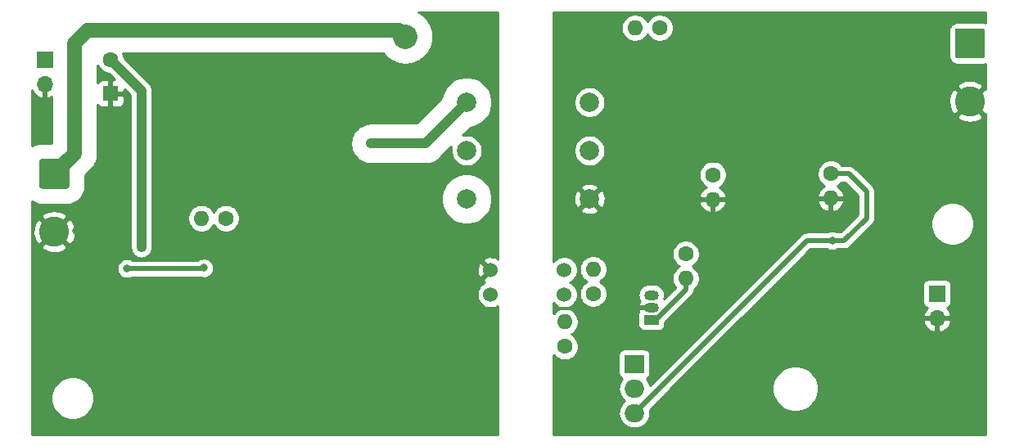
<source format=gbr>
%TF.GenerationSoftware,KiCad,Pcbnew,5.1.9-73d0e3b20d~88~ubuntu20.04.1*%
%TF.CreationDate,2021-03-11T22:15:51-06:00*%
%TF.ProjectId,iso,69736f2e-6b69-4636-9164-5f7063625858,rev?*%
%TF.SameCoordinates,Original*%
%TF.FileFunction,Copper,L2,Bot*%
%TF.FilePolarity,Positive*%
%FSLAX46Y46*%
G04 Gerber Fmt 4.6, Leading zero omitted, Abs format (unit mm)*
G04 Created by KiCad (PCBNEW 5.1.9-73d0e3b20d~88~ubuntu20.04.1) date 2021-03-11 22:15:51*
%MOMM*%
%LPD*%
G01*
G04 APERTURE LIST*
%TA.AperFunction,ComponentPad*%
%ADD10C,2.000000*%
%TD*%
%TA.AperFunction,ComponentPad*%
%ADD11O,1.600000X1.600000*%
%TD*%
%TA.AperFunction,ComponentPad*%
%ADD12C,1.600000*%
%TD*%
%TA.AperFunction,ComponentPad*%
%ADD13O,2.000000X1.905000*%
%TD*%
%TA.AperFunction,ComponentPad*%
%ADD14R,2.000000X1.905000*%
%TD*%
%TA.AperFunction,ComponentPad*%
%ADD15R,1.500000X1.050000*%
%TD*%
%TA.AperFunction,ComponentPad*%
%ADD16O,1.500000X1.050000*%
%TD*%
%TA.AperFunction,ComponentPad*%
%ADD17C,1.524000*%
%TD*%
%TA.AperFunction,ComponentPad*%
%ADD18O,1.700000X1.700000*%
%TD*%
%TA.AperFunction,ComponentPad*%
%ADD19R,1.700000X1.700000*%
%TD*%
%TA.AperFunction,ComponentPad*%
%ADD20C,3.100000*%
%TD*%
%TA.AperFunction,ComponentPad*%
%ADD21R,1.600000X1.600000*%
%TD*%
%TA.AperFunction,ViaPad*%
%ADD22C,0.800000*%
%TD*%
%TA.AperFunction,ViaPad*%
%ADD23C,1.000000*%
%TD*%
%TA.AperFunction,ViaPad*%
%ADD24C,2.500000*%
%TD*%
%TA.AperFunction,Conductor*%
%ADD25C,1.000000*%
%TD*%
%TA.AperFunction,Conductor*%
%ADD26C,0.500000*%
%TD*%
%TA.AperFunction,Conductor*%
%ADD27C,2.500000*%
%TD*%
%TA.AperFunction,Conductor*%
%ADD28C,1.500000*%
%TD*%
%TA.AperFunction,Conductor*%
%ADD29C,0.254000*%
%TD*%
%TA.AperFunction,Conductor*%
%ADD30C,0.100000*%
%TD*%
G04 APERTURE END LIST*
D10*
%TO.P,T1,3*%
%TO.N,/voutn*%
X234340000Y-102005000D03*
%TO.P,T1,6*%
%TO.N,N/C*%
X234340000Y-97005000D03*
%TO.P,T1,4*%
%TO.N,Net-(D6-Pad2)*%
X234340000Y-92005000D03*
%TO.P,T1,2*%
%TO.N,Net-(D4-Pad2)*%
X221640000Y-102005000D03*
%TO.P,T1,1*%
%TO.N,Net-(D2-Pad2)*%
X221640000Y-92005000D03*
%TO.P,T1,5*%
%TO.N,N/C*%
X221640000Y-97005000D03*
%TD*%
D11*
%TO.P,R12,2*%
%TO.N,/voutn*%
X247090000Y-102045000D03*
D12*
%TO.P,R12,1*%
%TO.N,Net-(C11-Pad1)*%
X247090000Y-99505000D03*
%TD*%
D11*
%TO.P,R11,2*%
%TO.N,Net-(D6-Pad2)*%
X239050000Y-84305000D03*
D12*
%TO.P,R11,1*%
%TO.N,Net-(C10-Pad2)*%
X241590000Y-84305000D03*
%TD*%
D13*
%TO.P,U5,3*%
%TO.N,/voutp*%
X238965000Y-124160000D03*
%TO.P,U5,2*%
%TO.N,Net-(C15-Pad1)*%
X238965000Y-121620000D03*
D14*
%TO.P,U5,1*%
%TO.N,Net-(RV4-Pad2)*%
X238965000Y-119080000D03*
%TD*%
D15*
%TO.P,U3,1*%
%TO.N,Net-(C14-Pad2)*%
X240740000Y-114505000D03*
D16*
%TO.P,U3,3*%
%TO.N,Net-(C14-Pad1)*%
X240740000Y-111965000D03*
%TO.P,U3,2*%
%TO.N,/voutn*%
X240740000Y-113235000D03*
%TD*%
D17*
%TO.P,U2,4*%
%TO.N,/FB*%
X224105000Y-111900000D03*
%TO.P,U2,3*%
%TO.N,/gnd*%
X224105000Y-109360000D03*
%TO.P,U2,2*%
%TO.N,Net-(C14-Pad1)*%
X231725000Y-109360000D03*
%TO.P,U2,1*%
%TO.N,Net-(R13-Pad2)*%
X231725000Y-111900000D03*
%TD*%
D12*
%TO.P,R18,1*%
%TO.N,/voutp*%
X259290000Y-99405000D03*
D11*
%TO.P,R18,2*%
%TO.N,/voutn*%
X259290000Y-101945000D03*
%TD*%
%TO.P,R15,2*%
%TO.N,Net-(C14-Pad2)*%
X244290000Y-110245000D03*
D12*
%TO.P,R15,1*%
%TO.N,Net-(R15-Pad1)*%
X244290000Y-107705000D03*
%TD*%
D11*
%TO.P,R14,2*%
%TO.N,Net-(C14-Pad1)*%
X234715000Y-109290000D03*
D12*
%TO.P,R14,1*%
%TO.N,Net-(R13-Pad2)*%
X234715000Y-111830000D03*
%TD*%
D11*
%TO.P,R13,2*%
%TO.N,Net-(R13-Pad2)*%
X231765000Y-114740000D03*
D12*
%TO.P,R13,1*%
%TO.N,Net-(C15-Pad1)*%
X231765000Y-117280000D03*
%TD*%
D11*
%TO.P,R3,2*%
%TO.N,Net-(C4-Pad2)*%
X194200000Y-104005000D03*
D12*
%TO.P,R3,1*%
%TO.N,/cs*%
X196740000Y-104005000D03*
%TD*%
D18*
%TO.P,J4,2*%
%TO.N,/voutn*%
X270290000Y-114345000D03*
D19*
%TO.P,J4,1*%
%TO.N,/vfb*%
X270290000Y-111805000D03*
%TD*%
D20*
%TO.P,J3,2*%
%TO.N,/voutn*%
X273690000Y-91905000D03*
%TO.P,J3,1*%
%TO.N,/voutp*%
%TA.AperFunction,ComponentPad*%
G36*
G01*
X272389999Y-84355000D02*
X274990001Y-84355000D01*
G75*
G02*
X275240000Y-84604999I0J-249999D01*
G01*
X275240000Y-87205001D01*
G75*
G02*
X274990001Y-87455000I-249999J0D01*
G01*
X272389999Y-87455000D01*
G75*
G02*
X272140000Y-87205001I0J249999D01*
G01*
X272140000Y-84604999D01*
G75*
G02*
X272389999Y-84355000I249999J0D01*
G01*
G37*
%TD.AperFunction*%
%TD*%
D18*
%TO.P,J2,2*%
%TO.N,/gnd*%
X177990000Y-90145000D03*
D19*
%TO.P,J2,1*%
%TO.N,/vcc*%
X177990000Y-87605000D03*
%TD*%
D20*
%TO.P,J1,2*%
%TO.N,/gnd*%
X178990000Y-105405000D03*
%TO.P,J1,1*%
%TO.N,/vin*%
%TA.AperFunction,ComponentPad*%
G36*
G01*
X177689999Y-97855000D02*
X180290001Y-97855000D01*
G75*
G02*
X180540000Y-98104999I0J-249999D01*
G01*
X180540000Y-100705001D01*
G75*
G02*
X180290001Y-100955000I-249999J0D01*
G01*
X177689999Y-100955000D01*
G75*
G02*
X177440000Y-100705001I0J249999D01*
G01*
X177440000Y-98104999D01*
G75*
G02*
X177689999Y-97855000I249999J0D01*
G01*
G37*
%TD.AperFunction*%
%TD*%
D12*
%TO.P,C2,2*%
%TO.N,/vcc*%
X184790000Y-87605000D03*
D21*
%TO.P,C2,1*%
%TO.N,/gnd*%
X184790000Y-91105000D03*
%TD*%
D22*
%TO.N,/gnd*%
X204260000Y-96275000D03*
X199260000Y-96275000D03*
X192260000Y-96275000D03*
X192260000Y-101275000D03*
X199260000Y-101275000D03*
X201260000Y-109275000D03*
X201260000Y-114275000D03*
X205260000Y-114275000D03*
X205260000Y-109275000D03*
X213260000Y-109275000D03*
X213260000Y-114275000D03*
X217260000Y-114275000D03*
X217260000Y-109275000D03*
X221260000Y-109275000D03*
X221260000Y-114275000D03*
X185260000Y-95275000D03*
X181260000Y-105275000D03*
X187260000Y-111275000D03*
D23*
X221990000Y-85005000D03*
D22*
%TO.N,/vcc*%
X187990000Y-107005000D03*
%TO.N,Net-(C3-Pad1)*%
X186490000Y-109205000D03*
X194455000Y-109140000D03*
%TO.N,/voutn*%
X231890000Y-83605000D03*
X274490000Y-125505000D03*
X253490000Y-99005000D03*
X240490000Y-107005000D03*
X237490000Y-97005000D03*
X231490000Y-125605000D03*
X255490000Y-116005000D03*
X263490000Y-109005000D03*
X233490000Y-106005000D03*
X249490000Y-121005000D03*
X242490000Y-117005000D03*
%TO.N,/voutp*%
X259440000Y-106305000D03*
D23*
%TO.N,Net-(D2-Pad2)*%
X211760000Y-96275000D03*
D24*
%TO.N,/vin*%
X215290000Y-85205000D03*
%TD*%
D25*
%TO.N,/vcc*%
X184790000Y-87605000D02*
X187990000Y-90805000D01*
X187990000Y-90805000D02*
X187990000Y-107005000D01*
X187990000Y-107005000D02*
X187990000Y-107005000D01*
D26*
%TO.N,Net-(C3-Pad1)*%
X194390000Y-109205000D02*
X194455000Y-109140000D01*
X186490000Y-109205000D02*
X194390000Y-109205000D01*
%TO.N,/voutp*%
X261140000Y-99405000D02*
X259290000Y-99405000D01*
X262990000Y-101255000D02*
X261140000Y-99405000D01*
X262990000Y-104005000D02*
X262990000Y-101255000D01*
X260690000Y-106305000D02*
X262990000Y-104005000D01*
X259440000Y-106305000D02*
X260690000Y-106305000D01*
X256820000Y-106305000D02*
X238965000Y-124160000D01*
X259440000Y-106305000D02*
X256820000Y-106305000D01*
%TO.N,Net-(C14-Pad2)*%
X241161370Y-114505000D02*
X240740000Y-114505000D01*
X244290000Y-111376370D02*
X241161370Y-114505000D01*
X244290000Y-110245000D02*
X244290000Y-111376370D01*
D25*
%TO.N,Net-(D2-Pad2)*%
X217370000Y-96275000D02*
X221640000Y-92005000D01*
X211760000Y-96275000D02*
X217370000Y-96275000D01*
D27*
%TO.N,/vin*%
X215290000Y-85205000D02*
X215290000Y-85205000D01*
D28*
X181090001Y-97304999D02*
X181090001Y-85904999D01*
X178990000Y-99405000D02*
X181090001Y-97304999D01*
X214639999Y-84554999D02*
X215290000Y-85205000D01*
X182440001Y-84554999D02*
X214639999Y-84554999D01*
X181090001Y-85904999D02*
X182440001Y-84554999D01*
%TD*%
D29*
%TO.N,/voutn*%
X275330001Y-83784608D02*
X275329851Y-83784528D01*
X275163255Y-83733992D01*
X274990001Y-83716928D01*
X272389999Y-83716928D01*
X272216745Y-83733992D01*
X272050149Y-83784528D01*
X271896613Y-83866595D01*
X271762038Y-83977038D01*
X271651595Y-84111613D01*
X271569528Y-84265149D01*
X271518992Y-84431745D01*
X271501928Y-84604999D01*
X271501928Y-87205001D01*
X271518992Y-87378255D01*
X271569528Y-87544851D01*
X271651595Y-87698387D01*
X271762038Y-87832962D01*
X271896613Y-87943405D01*
X272050149Y-88025472D01*
X272216745Y-88076008D01*
X272389999Y-88093072D01*
X274990001Y-88093072D01*
X275163255Y-88076008D01*
X275329851Y-88025472D01*
X275330001Y-88025392D01*
X275330001Y-90614322D01*
X275217251Y-90557354D01*
X273869605Y-91905000D01*
X275217251Y-93252646D01*
X275330001Y-93195678D01*
X275330000Y-126345000D01*
X230617000Y-126345000D01*
X230617000Y-121620000D01*
X237322319Y-121620000D01*
X237352970Y-121931204D01*
X237443745Y-122230449D01*
X237591155Y-122506235D01*
X237789537Y-122747963D01*
X237962609Y-122890000D01*
X237789537Y-123032037D01*
X237591155Y-123273765D01*
X237443745Y-123549551D01*
X237352970Y-123848796D01*
X237322319Y-124160000D01*
X237352970Y-124471204D01*
X237443745Y-124770449D01*
X237591155Y-125046235D01*
X237789537Y-125287963D01*
X238031265Y-125486345D01*
X238307051Y-125633755D01*
X238606296Y-125724530D01*
X238839514Y-125747500D01*
X239090486Y-125747500D01*
X239323704Y-125724530D01*
X239622949Y-125633755D01*
X239898735Y-125486345D01*
X240140463Y-125287963D01*
X240338845Y-125046235D01*
X240486255Y-124770449D01*
X240577030Y-124471204D01*
X240607681Y-124160000D01*
X240577030Y-123848796D01*
X240565568Y-123811010D01*
X242991480Y-121385098D01*
X253240000Y-121385098D01*
X253240000Y-121854902D01*
X253331654Y-122315679D01*
X253511440Y-122749721D01*
X253772450Y-123140349D01*
X254104651Y-123472550D01*
X254495279Y-123733560D01*
X254929321Y-123913346D01*
X255390098Y-124005000D01*
X255859902Y-124005000D01*
X256320679Y-123913346D01*
X256754721Y-123733560D01*
X257145349Y-123472550D01*
X257477550Y-123140349D01*
X257738560Y-122749721D01*
X257918346Y-122315679D01*
X258010000Y-121854902D01*
X258010000Y-121385098D01*
X257918346Y-120924321D01*
X257738560Y-120490279D01*
X257477550Y-120099651D01*
X257145349Y-119767450D01*
X256754721Y-119506440D01*
X256320679Y-119326654D01*
X255859902Y-119235000D01*
X255390098Y-119235000D01*
X254929321Y-119326654D01*
X254495279Y-119506440D01*
X254104651Y-119767450D01*
X253772450Y-120099651D01*
X253511440Y-120490279D01*
X253331654Y-120924321D01*
X253240000Y-121385098D01*
X242991480Y-121385098D01*
X249674688Y-114701890D01*
X268848524Y-114701890D01*
X268893175Y-114849099D01*
X269018359Y-115111920D01*
X269192412Y-115345269D01*
X269408645Y-115540178D01*
X269658748Y-115689157D01*
X269933109Y-115786481D01*
X270163000Y-115665814D01*
X270163000Y-114472000D01*
X270417000Y-114472000D01*
X270417000Y-115665814D01*
X270646891Y-115786481D01*
X270921252Y-115689157D01*
X271171355Y-115540178D01*
X271387588Y-115345269D01*
X271561641Y-115111920D01*
X271686825Y-114849099D01*
X271731476Y-114701890D01*
X271610155Y-114472000D01*
X270417000Y-114472000D01*
X270163000Y-114472000D01*
X268969845Y-114472000D01*
X268848524Y-114701890D01*
X249674688Y-114701890D01*
X253421578Y-110955000D01*
X268801928Y-110955000D01*
X268801928Y-112655000D01*
X268814188Y-112779482D01*
X268850498Y-112899180D01*
X268909463Y-113009494D01*
X268988815Y-113106185D01*
X269085506Y-113185537D01*
X269195820Y-113244502D01*
X269276466Y-113268966D01*
X269192412Y-113344731D01*
X269018359Y-113578080D01*
X268893175Y-113840901D01*
X268848524Y-113988110D01*
X268969845Y-114218000D01*
X270163000Y-114218000D01*
X270163000Y-114198000D01*
X270417000Y-114198000D01*
X270417000Y-114218000D01*
X271610155Y-114218000D01*
X271731476Y-113988110D01*
X271686825Y-113840901D01*
X271561641Y-113578080D01*
X271387588Y-113344731D01*
X271303534Y-113268966D01*
X271384180Y-113244502D01*
X271494494Y-113185537D01*
X271591185Y-113106185D01*
X271670537Y-113009494D01*
X271729502Y-112899180D01*
X271765812Y-112779482D01*
X271778072Y-112655000D01*
X271778072Y-110955000D01*
X271765812Y-110830518D01*
X271729502Y-110710820D01*
X271670537Y-110600506D01*
X271591185Y-110503815D01*
X271494494Y-110424463D01*
X271384180Y-110365498D01*
X271264482Y-110329188D01*
X271140000Y-110316928D01*
X269440000Y-110316928D01*
X269315518Y-110329188D01*
X269195820Y-110365498D01*
X269085506Y-110424463D01*
X268988815Y-110503815D01*
X268909463Y-110600506D01*
X268850498Y-110710820D01*
X268814188Y-110830518D01*
X268801928Y-110955000D01*
X253421578Y-110955000D01*
X257186579Y-107190000D01*
X258901546Y-107190000D01*
X258949744Y-107222205D01*
X259138102Y-107300226D01*
X259338061Y-107340000D01*
X259541939Y-107340000D01*
X259741898Y-107300226D01*
X259930256Y-107222205D01*
X259978454Y-107190000D01*
X260646531Y-107190000D01*
X260690000Y-107194281D01*
X260733469Y-107190000D01*
X260733477Y-107190000D01*
X260863490Y-107177195D01*
X261030313Y-107126589D01*
X261184059Y-107044411D01*
X261318817Y-106933817D01*
X261346534Y-106900044D01*
X263585050Y-104661529D01*
X263618817Y-104633817D01*
X263729411Y-104499059D01*
X263790444Y-104384872D01*
X269655000Y-104384872D01*
X269655000Y-104825128D01*
X269740890Y-105256925D01*
X269909369Y-105663669D01*
X270153962Y-106029729D01*
X270465271Y-106341038D01*
X270831331Y-106585631D01*
X271238075Y-106754110D01*
X271669872Y-106840000D01*
X272110128Y-106840000D01*
X272541925Y-106754110D01*
X272948669Y-106585631D01*
X273314729Y-106341038D01*
X273626038Y-106029729D01*
X273870631Y-105663669D01*
X274039110Y-105256925D01*
X274125000Y-104825128D01*
X274125000Y-104384872D01*
X274039110Y-103953075D01*
X273870631Y-103546331D01*
X273626038Y-103180271D01*
X273314729Y-102868962D01*
X272948669Y-102624369D01*
X272541925Y-102455890D01*
X272110128Y-102370000D01*
X271669872Y-102370000D01*
X271238075Y-102455890D01*
X270831331Y-102624369D01*
X270465271Y-102868962D01*
X270153962Y-103180271D01*
X269909369Y-103546331D01*
X269740890Y-103953075D01*
X269655000Y-104384872D01*
X263790444Y-104384872D01*
X263811589Y-104345313D01*
X263862195Y-104178490D01*
X263875000Y-104048477D01*
X263875000Y-104048467D01*
X263879281Y-104005001D01*
X263875000Y-103961535D01*
X263875000Y-101298465D01*
X263879281Y-101254999D01*
X263875000Y-101211533D01*
X263875000Y-101211523D01*
X263862195Y-101081510D01*
X263811589Y-100914687D01*
X263729411Y-100760941D01*
X263674272Y-100693754D01*
X263646532Y-100659953D01*
X263646530Y-100659951D01*
X263618817Y-100626183D01*
X263585049Y-100598470D01*
X261796534Y-98809956D01*
X261768817Y-98776183D01*
X261634059Y-98665589D01*
X261480313Y-98583411D01*
X261313490Y-98532805D01*
X261183477Y-98520000D01*
X261183469Y-98520000D01*
X261140000Y-98515719D01*
X261096531Y-98520000D01*
X260424521Y-98520000D01*
X260404637Y-98490241D01*
X260204759Y-98290363D01*
X259969727Y-98133320D01*
X259708574Y-98025147D01*
X259431335Y-97970000D01*
X259148665Y-97970000D01*
X258871426Y-98025147D01*
X258610273Y-98133320D01*
X258375241Y-98290363D01*
X258175363Y-98490241D01*
X258018320Y-98725273D01*
X257910147Y-98986426D01*
X257855000Y-99263665D01*
X257855000Y-99546335D01*
X257910147Y-99823574D01*
X258018320Y-100084727D01*
X258175363Y-100319759D01*
X258375241Y-100519637D01*
X258610273Y-100676680D01*
X258621565Y-100681357D01*
X258552580Y-100713963D01*
X258326586Y-100881481D01*
X258137615Y-101089869D01*
X257992930Y-101331119D01*
X257898091Y-101595960D01*
X258019376Y-101818000D01*
X259163000Y-101818000D01*
X259163000Y-101798000D01*
X259417000Y-101798000D01*
X259417000Y-101818000D01*
X260560624Y-101818000D01*
X260681909Y-101595960D01*
X260587070Y-101331119D01*
X260442385Y-101089869D01*
X260253414Y-100881481D01*
X260027420Y-100713963D01*
X259958435Y-100681357D01*
X259969727Y-100676680D01*
X260204759Y-100519637D01*
X260404637Y-100319759D01*
X260424521Y-100290000D01*
X260773422Y-100290000D01*
X262105001Y-101621580D01*
X262105000Y-103638421D01*
X260323422Y-105420000D01*
X259978454Y-105420000D01*
X259930256Y-105387795D01*
X259741898Y-105309774D01*
X259541939Y-105270000D01*
X259338061Y-105270000D01*
X259138102Y-105309774D01*
X258949744Y-105387795D01*
X258901546Y-105420000D01*
X256863465Y-105420000D01*
X256819999Y-105415719D01*
X256776533Y-105420000D01*
X256776523Y-105420000D01*
X256646510Y-105432805D01*
X256479687Y-105483411D01*
X256325941Y-105565589D01*
X256325939Y-105565590D01*
X256325940Y-105565590D01*
X256224953Y-105648468D01*
X256224951Y-105648470D01*
X256191183Y-105676183D01*
X256163470Y-105709951D01*
X240574143Y-121299279D01*
X240486255Y-121009551D01*
X240338845Y-120733765D01*
X240235554Y-120607905D01*
X240319494Y-120563037D01*
X240416185Y-120483685D01*
X240495537Y-120386994D01*
X240554502Y-120276680D01*
X240590812Y-120156982D01*
X240603072Y-120032500D01*
X240603072Y-118127500D01*
X240590812Y-118003018D01*
X240554502Y-117883320D01*
X240495537Y-117773006D01*
X240416185Y-117676315D01*
X240319494Y-117596963D01*
X240209180Y-117537998D01*
X240089482Y-117501688D01*
X239965000Y-117489428D01*
X237965000Y-117489428D01*
X237840518Y-117501688D01*
X237720820Y-117537998D01*
X237610506Y-117596963D01*
X237513815Y-117676315D01*
X237434463Y-117773006D01*
X237375498Y-117883320D01*
X237339188Y-118003018D01*
X237326928Y-118127500D01*
X237326928Y-120032500D01*
X237339188Y-120156982D01*
X237375498Y-120276680D01*
X237434463Y-120386994D01*
X237513815Y-120483685D01*
X237610506Y-120563037D01*
X237694446Y-120607905D01*
X237591155Y-120733765D01*
X237443745Y-121009551D01*
X237352970Y-121308796D01*
X237322319Y-121620000D01*
X230617000Y-121620000D01*
X230617000Y-118144828D01*
X230650363Y-118194759D01*
X230850241Y-118394637D01*
X231085273Y-118551680D01*
X231346426Y-118659853D01*
X231623665Y-118715000D01*
X231906335Y-118715000D01*
X232183574Y-118659853D01*
X232444727Y-118551680D01*
X232679759Y-118394637D01*
X232879637Y-118194759D01*
X233036680Y-117959727D01*
X233144853Y-117698574D01*
X233200000Y-117421335D01*
X233200000Y-117138665D01*
X233144853Y-116861426D01*
X233036680Y-116600273D01*
X232879637Y-116365241D01*
X232679759Y-116165363D01*
X232447241Y-116010000D01*
X232679759Y-115854637D01*
X232879637Y-115654759D01*
X233036680Y-115419727D01*
X233144853Y-115158574D01*
X233200000Y-114881335D01*
X233200000Y-114598665D01*
X233144853Y-114321426D01*
X233036680Y-114060273D01*
X232879637Y-113825241D01*
X232679759Y-113625363D01*
X232444727Y-113468320D01*
X232183574Y-113360147D01*
X231906335Y-113305000D01*
X231623665Y-113305000D01*
X231346426Y-113360147D01*
X231085273Y-113468320D01*
X230850241Y-113625363D01*
X230650363Y-113825241D01*
X230617000Y-113875172D01*
X230617000Y-112756293D01*
X230639880Y-112790535D01*
X230834465Y-112985120D01*
X231063273Y-113138005D01*
X231317510Y-113243314D01*
X231587408Y-113297000D01*
X231862592Y-113297000D01*
X232132490Y-113243314D01*
X232386727Y-113138005D01*
X232615535Y-112985120D01*
X232810120Y-112790535D01*
X232963005Y-112561727D01*
X233068314Y-112307490D01*
X233122000Y-112037592D01*
X233122000Y-111762408D01*
X233068314Y-111492510D01*
X232963005Y-111238273D01*
X232810120Y-111009465D01*
X232615535Y-110814880D01*
X232386727Y-110661995D01*
X232309485Y-110630000D01*
X232386727Y-110598005D01*
X232615535Y-110445120D01*
X232810120Y-110250535D01*
X232963005Y-110021727D01*
X233068314Y-109767490D01*
X233122000Y-109497592D01*
X233122000Y-109222408D01*
X233107332Y-109148665D01*
X233280000Y-109148665D01*
X233280000Y-109431335D01*
X233335147Y-109708574D01*
X233443320Y-109969727D01*
X233600363Y-110204759D01*
X233800241Y-110404637D01*
X234032759Y-110560000D01*
X233800241Y-110715363D01*
X233600363Y-110915241D01*
X233443320Y-111150273D01*
X233335147Y-111411426D01*
X233280000Y-111688665D01*
X233280000Y-111971335D01*
X233335147Y-112248574D01*
X233443320Y-112509727D01*
X233600363Y-112744759D01*
X233800241Y-112944637D01*
X234035273Y-113101680D01*
X234296426Y-113209853D01*
X234573665Y-113265000D01*
X234856335Y-113265000D01*
X235133574Y-113209853D01*
X235394727Y-113101680D01*
X235629759Y-112944637D01*
X235829637Y-112744759D01*
X235986680Y-112509727D01*
X236094853Y-112248574D01*
X236150000Y-111971335D01*
X236150000Y-111965000D01*
X239349388Y-111965000D01*
X239371785Y-112192400D01*
X239438115Y-112411060D01*
X239538929Y-112599669D01*
X239497725Y-112658118D01*
X239404728Y-112867663D01*
X239396036Y-112929190D01*
X239521837Y-113108000D01*
X240286891Y-113108000D01*
X240287600Y-113108215D01*
X240458021Y-113125000D01*
X240887000Y-113125000D01*
X240887000Y-113341928D01*
X239990000Y-113341928D01*
X239865518Y-113354188D01*
X239839765Y-113362000D01*
X239521837Y-113362000D01*
X239396036Y-113540810D01*
X239404728Y-113602337D01*
X239435176Y-113670943D01*
X239400498Y-113735820D01*
X239364188Y-113855518D01*
X239351928Y-113980000D01*
X239351928Y-115030000D01*
X239364188Y-115154482D01*
X239400498Y-115274180D01*
X239459463Y-115384494D01*
X239538815Y-115481185D01*
X239635506Y-115560537D01*
X239745820Y-115619502D01*
X239865518Y-115655812D01*
X239990000Y-115668072D01*
X241490000Y-115668072D01*
X241614482Y-115655812D01*
X241734180Y-115619502D01*
X241844494Y-115560537D01*
X241941185Y-115481185D01*
X242020537Y-115384494D01*
X242079502Y-115274180D01*
X242115812Y-115154482D01*
X242128072Y-115030000D01*
X242128072Y-114789876D01*
X244885049Y-112032900D01*
X244918817Y-112005187D01*
X245029411Y-111870429D01*
X245111589Y-111716683D01*
X245162195Y-111549860D01*
X245175000Y-111419847D01*
X245175000Y-111419839D01*
X245179250Y-111376681D01*
X245204759Y-111359637D01*
X245404637Y-111159759D01*
X245561680Y-110924727D01*
X245669853Y-110663574D01*
X245725000Y-110386335D01*
X245725000Y-110103665D01*
X245669853Y-109826426D01*
X245561680Y-109565273D01*
X245404637Y-109330241D01*
X245204759Y-109130363D01*
X244972241Y-108975000D01*
X245204759Y-108819637D01*
X245404637Y-108619759D01*
X245561680Y-108384727D01*
X245669853Y-108123574D01*
X245725000Y-107846335D01*
X245725000Y-107563665D01*
X245669853Y-107286426D01*
X245561680Y-107025273D01*
X245404637Y-106790241D01*
X245204759Y-106590363D01*
X244969727Y-106433320D01*
X244708574Y-106325147D01*
X244431335Y-106270000D01*
X244148665Y-106270000D01*
X243871426Y-106325147D01*
X243610273Y-106433320D01*
X243375241Y-106590363D01*
X243175363Y-106790241D01*
X243018320Y-107025273D01*
X242910147Y-107286426D01*
X242855000Y-107563665D01*
X242855000Y-107846335D01*
X242910147Y-108123574D01*
X243018320Y-108384727D01*
X243175363Y-108619759D01*
X243375241Y-108819637D01*
X243607759Y-108975000D01*
X243375241Y-109130363D01*
X243175363Y-109330241D01*
X243018320Y-109565273D01*
X242910147Y-109826426D01*
X242855000Y-110103665D01*
X242855000Y-110386335D01*
X242910147Y-110663574D01*
X243018320Y-110924727D01*
X243175363Y-111159759D01*
X243215198Y-111199594D01*
X242058498Y-112356293D01*
X242108215Y-112192400D01*
X242130612Y-111965000D01*
X242108215Y-111737600D01*
X242041885Y-111518940D01*
X241934171Y-111317421D01*
X241789212Y-111140788D01*
X241612579Y-110995829D01*
X241411060Y-110888115D01*
X241192400Y-110821785D01*
X241021979Y-110805000D01*
X240458021Y-110805000D01*
X240287600Y-110821785D01*
X240068940Y-110888115D01*
X239867421Y-110995829D01*
X239690788Y-111140788D01*
X239545829Y-111317421D01*
X239438115Y-111518940D01*
X239371785Y-111737600D01*
X239349388Y-111965000D01*
X236150000Y-111965000D01*
X236150000Y-111688665D01*
X236094853Y-111411426D01*
X235986680Y-111150273D01*
X235829637Y-110915241D01*
X235629759Y-110715363D01*
X235397241Y-110560000D01*
X235629759Y-110404637D01*
X235829637Y-110204759D01*
X235986680Y-109969727D01*
X236094853Y-109708574D01*
X236150000Y-109431335D01*
X236150000Y-109148665D01*
X236094853Y-108871426D01*
X235986680Y-108610273D01*
X235829637Y-108375241D01*
X235629759Y-108175363D01*
X235394727Y-108018320D01*
X235133574Y-107910147D01*
X234856335Y-107855000D01*
X234573665Y-107855000D01*
X234296426Y-107910147D01*
X234035273Y-108018320D01*
X233800241Y-108175363D01*
X233600363Y-108375241D01*
X233443320Y-108610273D01*
X233335147Y-108871426D01*
X233280000Y-109148665D01*
X233107332Y-109148665D01*
X233068314Y-108952510D01*
X232963005Y-108698273D01*
X232810120Y-108469465D01*
X232615535Y-108274880D01*
X232386727Y-108121995D01*
X232132490Y-108016686D01*
X231862592Y-107963000D01*
X231587408Y-107963000D01*
X231317510Y-108016686D01*
X231063273Y-108121995D01*
X230834465Y-108274880D01*
X230639880Y-108469465D01*
X230617000Y-108503707D01*
X230617000Y-103140413D01*
X233384192Y-103140413D01*
X233479956Y-103404814D01*
X233769571Y-103545704D01*
X234081108Y-103627384D01*
X234402595Y-103646718D01*
X234721675Y-103602961D01*
X235026088Y-103497795D01*
X235200044Y-103404814D01*
X235295808Y-103140413D01*
X234340000Y-102184605D01*
X233384192Y-103140413D01*
X230617000Y-103140413D01*
X230617000Y-102067595D01*
X232698282Y-102067595D01*
X232742039Y-102386675D01*
X232847205Y-102691088D01*
X232940186Y-102865044D01*
X233204587Y-102960808D01*
X234160395Y-102005000D01*
X234519605Y-102005000D01*
X235475413Y-102960808D01*
X235739814Y-102865044D01*
X235880704Y-102575429D01*
X235928261Y-102394040D01*
X245698091Y-102394040D01*
X245792930Y-102658881D01*
X245937615Y-102900131D01*
X246126586Y-103108519D01*
X246352580Y-103276037D01*
X246606913Y-103396246D01*
X246740961Y-103436904D01*
X246963000Y-103314915D01*
X246963000Y-102172000D01*
X247217000Y-102172000D01*
X247217000Y-103314915D01*
X247439039Y-103436904D01*
X247573087Y-103396246D01*
X247827420Y-103276037D01*
X248053414Y-103108519D01*
X248242385Y-102900131D01*
X248387070Y-102658881D01*
X248481909Y-102394040D01*
X248427286Y-102294040D01*
X257898091Y-102294040D01*
X257992930Y-102558881D01*
X258137615Y-102800131D01*
X258326586Y-103008519D01*
X258552580Y-103176037D01*
X258806913Y-103296246D01*
X258940961Y-103336904D01*
X259163000Y-103214915D01*
X259163000Y-102072000D01*
X259417000Y-102072000D01*
X259417000Y-103214915D01*
X259639039Y-103336904D01*
X259773087Y-103296246D01*
X260027420Y-103176037D01*
X260253414Y-103008519D01*
X260442385Y-102800131D01*
X260587070Y-102558881D01*
X260681909Y-102294040D01*
X260560624Y-102072000D01*
X259417000Y-102072000D01*
X259163000Y-102072000D01*
X258019376Y-102072000D01*
X257898091Y-102294040D01*
X248427286Y-102294040D01*
X248360624Y-102172000D01*
X247217000Y-102172000D01*
X246963000Y-102172000D01*
X245819376Y-102172000D01*
X245698091Y-102394040D01*
X235928261Y-102394040D01*
X235962384Y-102263892D01*
X235981718Y-101942405D01*
X235937961Y-101623325D01*
X235832795Y-101318912D01*
X235739814Y-101144956D01*
X235475413Y-101049192D01*
X234519605Y-102005000D01*
X234160395Y-102005000D01*
X233204587Y-101049192D01*
X232940186Y-101144956D01*
X232799296Y-101434571D01*
X232717616Y-101746108D01*
X232698282Y-102067595D01*
X230617000Y-102067595D01*
X230617000Y-100869587D01*
X233384192Y-100869587D01*
X234340000Y-101825395D01*
X235295808Y-100869587D01*
X235200044Y-100605186D01*
X234910429Y-100464296D01*
X234598892Y-100382616D01*
X234277405Y-100363282D01*
X233958325Y-100407039D01*
X233653912Y-100512205D01*
X233479956Y-100605186D01*
X233384192Y-100869587D01*
X230617000Y-100869587D01*
X230617000Y-99363665D01*
X245655000Y-99363665D01*
X245655000Y-99646335D01*
X245710147Y-99923574D01*
X245818320Y-100184727D01*
X245975363Y-100419759D01*
X246175241Y-100619637D01*
X246410273Y-100776680D01*
X246421565Y-100781357D01*
X246352580Y-100813963D01*
X246126586Y-100981481D01*
X245937615Y-101189869D01*
X245792930Y-101431119D01*
X245698091Y-101695960D01*
X245819376Y-101918000D01*
X246963000Y-101918000D01*
X246963000Y-101898000D01*
X247217000Y-101898000D01*
X247217000Y-101918000D01*
X248360624Y-101918000D01*
X248481909Y-101695960D01*
X248387070Y-101431119D01*
X248242385Y-101189869D01*
X248053414Y-100981481D01*
X247827420Y-100813963D01*
X247758435Y-100781357D01*
X247769727Y-100776680D01*
X248004759Y-100619637D01*
X248204637Y-100419759D01*
X248361680Y-100184727D01*
X248469853Y-99923574D01*
X248525000Y-99646335D01*
X248525000Y-99363665D01*
X248469853Y-99086426D01*
X248361680Y-98825273D01*
X248204637Y-98590241D01*
X248004759Y-98390363D01*
X247769727Y-98233320D01*
X247508574Y-98125147D01*
X247231335Y-98070000D01*
X246948665Y-98070000D01*
X246671426Y-98125147D01*
X246410273Y-98233320D01*
X246175241Y-98390363D01*
X245975363Y-98590241D01*
X245818320Y-98825273D01*
X245710147Y-99086426D01*
X245655000Y-99363665D01*
X230617000Y-99363665D01*
X230617000Y-96843967D01*
X232705000Y-96843967D01*
X232705000Y-97166033D01*
X232767832Y-97481912D01*
X232891082Y-97779463D01*
X233070013Y-98047252D01*
X233297748Y-98274987D01*
X233565537Y-98453918D01*
X233863088Y-98577168D01*
X234178967Y-98640000D01*
X234501033Y-98640000D01*
X234816912Y-98577168D01*
X235114463Y-98453918D01*
X235382252Y-98274987D01*
X235609987Y-98047252D01*
X235788918Y-97779463D01*
X235912168Y-97481912D01*
X235975000Y-97166033D01*
X235975000Y-96843967D01*
X235912168Y-96528088D01*
X235788918Y-96230537D01*
X235609987Y-95962748D01*
X235382252Y-95735013D01*
X235114463Y-95556082D01*
X234816912Y-95432832D01*
X234501033Y-95370000D01*
X234178967Y-95370000D01*
X233863088Y-95432832D01*
X233565537Y-95556082D01*
X233297748Y-95735013D01*
X233070013Y-95962748D01*
X232891082Y-96230537D01*
X232767832Y-96528088D01*
X232705000Y-96843967D01*
X230617000Y-96843967D01*
X230617000Y-91843967D01*
X232705000Y-91843967D01*
X232705000Y-92166033D01*
X232767832Y-92481912D01*
X232891082Y-92779463D01*
X233070013Y-93047252D01*
X233297748Y-93274987D01*
X233565537Y-93453918D01*
X233863088Y-93577168D01*
X234178967Y-93640000D01*
X234501033Y-93640000D01*
X234816912Y-93577168D01*
X235114463Y-93453918D01*
X235146889Y-93432251D01*
X272342354Y-93432251D01*
X272504381Y-93752930D01*
X272887675Y-93948725D01*
X273301803Y-94065981D01*
X273730848Y-94100192D01*
X274158324Y-94050042D01*
X274567802Y-93917461D01*
X274875619Y-93752930D01*
X275037646Y-93432251D01*
X273690000Y-92084605D01*
X272342354Y-93432251D01*
X235146889Y-93432251D01*
X235382252Y-93274987D01*
X235609987Y-93047252D01*
X235788918Y-92779463D01*
X235912168Y-92481912D01*
X235975000Y-92166033D01*
X235975000Y-91945848D01*
X271494808Y-91945848D01*
X271544958Y-92373324D01*
X271677539Y-92782802D01*
X271842070Y-93090619D01*
X272162749Y-93252646D01*
X273510395Y-91905000D01*
X272162749Y-90557354D01*
X271842070Y-90719381D01*
X271646275Y-91102675D01*
X271529019Y-91516803D01*
X271494808Y-91945848D01*
X235975000Y-91945848D01*
X235975000Y-91843967D01*
X235912168Y-91528088D01*
X235788918Y-91230537D01*
X235609987Y-90962748D01*
X235382252Y-90735013D01*
X235114463Y-90556082D01*
X234816912Y-90432832D01*
X234539991Y-90377749D01*
X272342354Y-90377749D01*
X273690000Y-91725395D01*
X275037646Y-90377749D01*
X274875619Y-90057070D01*
X274492325Y-89861275D01*
X274078197Y-89744019D01*
X273649152Y-89709808D01*
X273221676Y-89759958D01*
X272812198Y-89892539D01*
X272504381Y-90057070D01*
X272342354Y-90377749D01*
X234539991Y-90377749D01*
X234501033Y-90370000D01*
X234178967Y-90370000D01*
X233863088Y-90432832D01*
X233565537Y-90556082D01*
X233297748Y-90735013D01*
X233070013Y-90962748D01*
X232891082Y-91230537D01*
X232767832Y-91528088D01*
X232705000Y-91843967D01*
X230617000Y-91843967D01*
X230617000Y-84163665D01*
X237615000Y-84163665D01*
X237615000Y-84446335D01*
X237670147Y-84723574D01*
X237778320Y-84984727D01*
X237935363Y-85219759D01*
X238135241Y-85419637D01*
X238370273Y-85576680D01*
X238631426Y-85684853D01*
X238908665Y-85740000D01*
X239191335Y-85740000D01*
X239468574Y-85684853D01*
X239729727Y-85576680D01*
X239964759Y-85419637D01*
X240164637Y-85219759D01*
X240320000Y-84987241D01*
X240475363Y-85219759D01*
X240675241Y-85419637D01*
X240910273Y-85576680D01*
X241171426Y-85684853D01*
X241448665Y-85740000D01*
X241731335Y-85740000D01*
X242008574Y-85684853D01*
X242269727Y-85576680D01*
X242504759Y-85419637D01*
X242704637Y-85219759D01*
X242861680Y-84984727D01*
X242969853Y-84723574D01*
X243025000Y-84446335D01*
X243025000Y-84163665D01*
X242969853Y-83886426D01*
X242861680Y-83625273D01*
X242704637Y-83390241D01*
X242504759Y-83190363D01*
X242269727Y-83033320D01*
X242008574Y-82925147D01*
X241731335Y-82870000D01*
X241448665Y-82870000D01*
X241171426Y-82925147D01*
X240910273Y-83033320D01*
X240675241Y-83190363D01*
X240475363Y-83390241D01*
X240320000Y-83622759D01*
X240164637Y-83390241D01*
X239964759Y-83190363D01*
X239729727Y-83033320D01*
X239468574Y-82925147D01*
X239191335Y-82870000D01*
X238908665Y-82870000D01*
X238631426Y-82925147D01*
X238370273Y-83033320D01*
X238135241Y-83190363D01*
X237935363Y-83390241D01*
X237778320Y-83625273D01*
X237670147Y-83886426D01*
X237615000Y-84163665D01*
X230617000Y-84163665D01*
X230617000Y-82665000D01*
X275330001Y-82665000D01*
X275330001Y-83784608D01*
%TA.AperFunction,Conductor*%
D30*
G36*
X275330001Y-83784608D02*
G01*
X275329851Y-83784528D01*
X275163255Y-83733992D01*
X274990001Y-83716928D01*
X272389999Y-83716928D01*
X272216745Y-83733992D01*
X272050149Y-83784528D01*
X271896613Y-83866595D01*
X271762038Y-83977038D01*
X271651595Y-84111613D01*
X271569528Y-84265149D01*
X271518992Y-84431745D01*
X271501928Y-84604999D01*
X271501928Y-87205001D01*
X271518992Y-87378255D01*
X271569528Y-87544851D01*
X271651595Y-87698387D01*
X271762038Y-87832962D01*
X271896613Y-87943405D01*
X272050149Y-88025472D01*
X272216745Y-88076008D01*
X272389999Y-88093072D01*
X274990001Y-88093072D01*
X275163255Y-88076008D01*
X275329851Y-88025472D01*
X275330001Y-88025392D01*
X275330001Y-90614322D01*
X275217251Y-90557354D01*
X273869605Y-91905000D01*
X275217251Y-93252646D01*
X275330001Y-93195678D01*
X275330000Y-126345000D01*
X230617000Y-126345000D01*
X230617000Y-121620000D01*
X237322319Y-121620000D01*
X237352970Y-121931204D01*
X237443745Y-122230449D01*
X237591155Y-122506235D01*
X237789537Y-122747963D01*
X237962609Y-122890000D01*
X237789537Y-123032037D01*
X237591155Y-123273765D01*
X237443745Y-123549551D01*
X237352970Y-123848796D01*
X237322319Y-124160000D01*
X237352970Y-124471204D01*
X237443745Y-124770449D01*
X237591155Y-125046235D01*
X237789537Y-125287963D01*
X238031265Y-125486345D01*
X238307051Y-125633755D01*
X238606296Y-125724530D01*
X238839514Y-125747500D01*
X239090486Y-125747500D01*
X239323704Y-125724530D01*
X239622949Y-125633755D01*
X239898735Y-125486345D01*
X240140463Y-125287963D01*
X240338845Y-125046235D01*
X240486255Y-124770449D01*
X240577030Y-124471204D01*
X240607681Y-124160000D01*
X240577030Y-123848796D01*
X240565568Y-123811010D01*
X242991480Y-121385098D01*
X253240000Y-121385098D01*
X253240000Y-121854902D01*
X253331654Y-122315679D01*
X253511440Y-122749721D01*
X253772450Y-123140349D01*
X254104651Y-123472550D01*
X254495279Y-123733560D01*
X254929321Y-123913346D01*
X255390098Y-124005000D01*
X255859902Y-124005000D01*
X256320679Y-123913346D01*
X256754721Y-123733560D01*
X257145349Y-123472550D01*
X257477550Y-123140349D01*
X257738560Y-122749721D01*
X257918346Y-122315679D01*
X258010000Y-121854902D01*
X258010000Y-121385098D01*
X257918346Y-120924321D01*
X257738560Y-120490279D01*
X257477550Y-120099651D01*
X257145349Y-119767450D01*
X256754721Y-119506440D01*
X256320679Y-119326654D01*
X255859902Y-119235000D01*
X255390098Y-119235000D01*
X254929321Y-119326654D01*
X254495279Y-119506440D01*
X254104651Y-119767450D01*
X253772450Y-120099651D01*
X253511440Y-120490279D01*
X253331654Y-120924321D01*
X253240000Y-121385098D01*
X242991480Y-121385098D01*
X249674688Y-114701890D01*
X268848524Y-114701890D01*
X268893175Y-114849099D01*
X269018359Y-115111920D01*
X269192412Y-115345269D01*
X269408645Y-115540178D01*
X269658748Y-115689157D01*
X269933109Y-115786481D01*
X270163000Y-115665814D01*
X270163000Y-114472000D01*
X270417000Y-114472000D01*
X270417000Y-115665814D01*
X270646891Y-115786481D01*
X270921252Y-115689157D01*
X271171355Y-115540178D01*
X271387588Y-115345269D01*
X271561641Y-115111920D01*
X271686825Y-114849099D01*
X271731476Y-114701890D01*
X271610155Y-114472000D01*
X270417000Y-114472000D01*
X270163000Y-114472000D01*
X268969845Y-114472000D01*
X268848524Y-114701890D01*
X249674688Y-114701890D01*
X253421578Y-110955000D01*
X268801928Y-110955000D01*
X268801928Y-112655000D01*
X268814188Y-112779482D01*
X268850498Y-112899180D01*
X268909463Y-113009494D01*
X268988815Y-113106185D01*
X269085506Y-113185537D01*
X269195820Y-113244502D01*
X269276466Y-113268966D01*
X269192412Y-113344731D01*
X269018359Y-113578080D01*
X268893175Y-113840901D01*
X268848524Y-113988110D01*
X268969845Y-114218000D01*
X270163000Y-114218000D01*
X270163000Y-114198000D01*
X270417000Y-114198000D01*
X270417000Y-114218000D01*
X271610155Y-114218000D01*
X271731476Y-113988110D01*
X271686825Y-113840901D01*
X271561641Y-113578080D01*
X271387588Y-113344731D01*
X271303534Y-113268966D01*
X271384180Y-113244502D01*
X271494494Y-113185537D01*
X271591185Y-113106185D01*
X271670537Y-113009494D01*
X271729502Y-112899180D01*
X271765812Y-112779482D01*
X271778072Y-112655000D01*
X271778072Y-110955000D01*
X271765812Y-110830518D01*
X271729502Y-110710820D01*
X271670537Y-110600506D01*
X271591185Y-110503815D01*
X271494494Y-110424463D01*
X271384180Y-110365498D01*
X271264482Y-110329188D01*
X271140000Y-110316928D01*
X269440000Y-110316928D01*
X269315518Y-110329188D01*
X269195820Y-110365498D01*
X269085506Y-110424463D01*
X268988815Y-110503815D01*
X268909463Y-110600506D01*
X268850498Y-110710820D01*
X268814188Y-110830518D01*
X268801928Y-110955000D01*
X253421578Y-110955000D01*
X257186579Y-107190000D01*
X258901546Y-107190000D01*
X258949744Y-107222205D01*
X259138102Y-107300226D01*
X259338061Y-107340000D01*
X259541939Y-107340000D01*
X259741898Y-107300226D01*
X259930256Y-107222205D01*
X259978454Y-107190000D01*
X260646531Y-107190000D01*
X260690000Y-107194281D01*
X260733469Y-107190000D01*
X260733477Y-107190000D01*
X260863490Y-107177195D01*
X261030313Y-107126589D01*
X261184059Y-107044411D01*
X261318817Y-106933817D01*
X261346534Y-106900044D01*
X263585050Y-104661529D01*
X263618817Y-104633817D01*
X263729411Y-104499059D01*
X263790444Y-104384872D01*
X269655000Y-104384872D01*
X269655000Y-104825128D01*
X269740890Y-105256925D01*
X269909369Y-105663669D01*
X270153962Y-106029729D01*
X270465271Y-106341038D01*
X270831331Y-106585631D01*
X271238075Y-106754110D01*
X271669872Y-106840000D01*
X272110128Y-106840000D01*
X272541925Y-106754110D01*
X272948669Y-106585631D01*
X273314729Y-106341038D01*
X273626038Y-106029729D01*
X273870631Y-105663669D01*
X274039110Y-105256925D01*
X274125000Y-104825128D01*
X274125000Y-104384872D01*
X274039110Y-103953075D01*
X273870631Y-103546331D01*
X273626038Y-103180271D01*
X273314729Y-102868962D01*
X272948669Y-102624369D01*
X272541925Y-102455890D01*
X272110128Y-102370000D01*
X271669872Y-102370000D01*
X271238075Y-102455890D01*
X270831331Y-102624369D01*
X270465271Y-102868962D01*
X270153962Y-103180271D01*
X269909369Y-103546331D01*
X269740890Y-103953075D01*
X269655000Y-104384872D01*
X263790444Y-104384872D01*
X263811589Y-104345313D01*
X263862195Y-104178490D01*
X263875000Y-104048477D01*
X263875000Y-104048467D01*
X263879281Y-104005001D01*
X263875000Y-103961535D01*
X263875000Y-101298465D01*
X263879281Y-101254999D01*
X263875000Y-101211533D01*
X263875000Y-101211523D01*
X263862195Y-101081510D01*
X263811589Y-100914687D01*
X263729411Y-100760941D01*
X263674272Y-100693754D01*
X263646532Y-100659953D01*
X263646530Y-100659951D01*
X263618817Y-100626183D01*
X263585049Y-100598470D01*
X261796534Y-98809956D01*
X261768817Y-98776183D01*
X261634059Y-98665589D01*
X261480313Y-98583411D01*
X261313490Y-98532805D01*
X261183477Y-98520000D01*
X261183469Y-98520000D01*
X261140000Y-98515719D01*
X261096531Y-98520000D01*
X260424521Y-98520000D01*
X260404637Y-98490241D01*
X260204759Y-98290363D01*
X259969727Y-98133320D01*
X259708574Y-98025147D01*
X259431335Y-97970000D01*
X259148665Y-97970000D01*
X258871426Y-98025147D01*
X258610273Y-98133320D01*
X258375241Y-98290363D01*
X258175363Y-98490241D01*
X258018320Y-98725273D01*
X257910147Y-98986426D01*
X257855000Y-99263665D01*
X257855000Y-99546335D01*
X257910147Y-99823574D01*
X258018320Y-100084727D01*
X258175363Y-100319759D01*
X258375241Y-100519637D01*
X258610273Y-100676680D01*
X258621565Y-100681357D01*
X258552580Y-100713963D01*
X258326586Y-100881481D01*
X258137615Y-101089869D01*
X257992930Y-101331119D01*
X257898091Y-101595960D01*
X258019376Y-101818000D01*
X259163000Y-101818000D01*
X259163000Y-101798000D01*
X259417000Y-101798000D01*
X259417000Y-101818000D01*
X260560624Y-101818000D01*
X260681909Y-101595960D01*
X260587070Y-101331119D01*
X260442385Y-101089869D01*
X260253414Y-100881481D01*
X260027420Y-100713963D01*
X259958435Y-100681357D01*
X259969727Y-100676680D01*
X260204759Y-100519637D01*
X260404637Y-100319759D01*
X260424521Y-100290000D01*
X260773422Y-100290000D01*
X262105001Y-101621580D01*
X262105000Y-103638421D01*
X260323422Y-105420000D01*
X259978454Y-105420000D01*
X259930256Y-105387795D01*
X259741898Y-105309774D01*
X259541939Y-105270000D01*
X259338061Y-105270000D01*
X259138102Y-105309774D01*
X258949744Y-105387795D01*
X258901546Y-105420000D01*
X256863465Y-105420000D01*
X256819999Y-105415719D01*
X256776533Y-105420000D01*
X256776523Y-105420000D01*
X256646510Y-105432805D01*
X256479687Y-105483411D01*
X256325941Y-105565589D01*
X256325939Y-105565590D01*
X256325940Y-105565590D01*
X256224953Y-105648468D01*
X256224951Y-105648470D01*
X256191183Y-105676183D01*
X256163470Y-105709951D01*
X240574143Y-121299279D01*
X240486255Y-121009551D01*
X240338845Y-120733765D01*
X240235554Y-120607905D01*
X240319494Y-120563037D01*
X240416185Y-120483685D01*
X240495537Y-120386994D01*
X240554502Y-120276680D01*
X240590812Y-120156982D01*
X240603072Y-120032500D01*
X240603072Y-118127500D01*
X240590812Y-118003018D01*
X240554502Y-117883320D01*
X240495537Y-117773006D01*
X240416185Y-117676315D01*
X240319494Y-117596963D01*
X240209180Y-117537998D01*
X240089482Y-117501688D01*
X239965000Y-117489428D01*
X237965000Y-117489428D01*
X237840518Y-117501688D01*
X237720820Y-117537998D01*
X237610506Y-117596963D01*
X237513815Y-117676315D01*
X237434463Y-117773006D01*
X237375498Y-117883320D01*
X237339188Y-118003018D01*
X237326928Y-118127500D01*
X237326928Y-120032500D01*
X237339188Y-120156982D01*
X237375498Y-120276680D01*
X237434463Y-120386994D01*
X237513815Y-120483685D01*
X237610506Y-120563037D01*
X237694446Y-120607905D01*
X237591155Y-120733765D01*
X237443745Y-121009551D01*
X237352970Y-121308796D01*
X237322319Y-121620000D01*
X230617000Y-121620000D01*
X230617000Y-118144828D01*
X230650363Y-118194759D01*
X230850241Y-118394637D01*
X231085273Y-118551680D01*
X231346426Y-118659853D01*
X231623665Y-118715000D01*
X231906335Y-118715000D01*
X232183574Y-118659853D01*
X232444727Y-118551680D01*
X232679759Y-118394637D01*
X232879637Y-118194759D01*
X233036680Y-117959727D01*
X233144853Y-117698574D01*
X233200000Y-117421335D01*
X233200000Y-117138665D01*
X233144853Y-116861426D01*
X233036680Y-116600273D01*
X232879637Y-116365241D01*
X232679759Y-116165363D01*
X232447241Y-116010000D01*
X232679759Y-115854637D01*
X232879637Y-115654759D01*
X233036680Y-115419727D01*
X233144853Y-115158574D01*
X233200000Y-114881335D01*
X233200000Y-114598665D01*
X233144853Y-114321426D01*
X233036680Y-114060273D01*
X232879637Y-113825241D01*
X232679759Y-113625363D01*
X232444727Y-113468320D01*
X232183574Y-113360147D01*
X231906335Y-113305000D01*
X231623665Y-113305000D01*
X231346426Y-113360147D01*
X231085273Y-113468320D01*
X230850241Y-113625363D01*
X230650363Y-113825241D01*
X230617000Y-113875172D01*
X230617000Y-112756293D01*
X230639880Y-112790535D01*
X230834465Y-112985120D01*
X231063273Y-113138005D01*
X231317510Y-113243314D01*
X231587408Y-113297000D01*
X231862592Y-113297000D01*
X232132490Y-113243314D01*
X232386727Y-113138005D01*
X232615535Y-112985120D01*
X232810120Y-112790535D01*
X232963005Y-112561727D01*
X233068314Y-112307490D01*
X233122000Y-112037592D01*
X233122000Y-111762408D01*
X233068314Y-111492510D01*
X232963005Y-111238273D01*
X232810120Y-111009465D01*
X232615535Y-110814880D01*
X232386727Y-110661995D01*
X232309485Y-110630000D01*
X232386727Y-110598005D01*
X232615535Y-110445120D01*
X232810120Y-110250535D01*
X232963005Y-110021727D01*
X233068314Y-109767490D01*
X233122000Y-109497592D01*
X233122000Y-109222408D01*
X233107332Y-109148665D01*
X233280000Y-109148665D01*
X233280000Y-109431335D01*
X233335147Y-109708574D01*
X233443320Y-109969727D01*
X233600363Y-110204759D01*
X233800241Y-110404637D01*
X234032759Y-110560000D01*
X233800241Y-110715363D01*
X233600363Y-110915241D01*
X233443320Y-111150273D01*
X233335147Y-111411426D01*
X233280000Y-111688665D01*
X233280000Y-111971335D01*
X233335147Y-112248574D01*
X233443320Y-112509727D01*
X233600363Y-112744759D01*
X233800241Y-112944637D01*
X234035273Y-113101680D01*
X234296426Y-113209853D01*
X234573665Y-113265000D01*
X234856335Y-113265000D01*
X235133574Y-113209853D01*
X235394727Y-113101680D01*
X235629759Y-112944637D01*
X235829637Y-112744759D01*
X235986680Y-112509727D01*
X236094853Y-112248574D01*
X236150000Y-111971335D01*
X236150000Y-111965000D01*
X239349388Y-111965000D01*
X239371785Y-112192400D01*
X239438115Y-112411060D01*
X239538929Y-112599669D01*
X239497725Y-112658118D01*
X239404728Y-112867663D01*
X239396036Y-112929190D01*
X239521837Y-113108000D01*
X240286891Y-113108000D01*
X240287600Y-113108215D01*
X240458021Y-113125000D01*
X240887000Y-113125000D01*
X240887000Y-113341928D01*
X239990000Y-113341928D01*
X239865518Y-113354188D01*
X239839765Y-113362000D01*
X239521837Y-113362000D01*
X239396036Y-113540810D01*
X239404728Y-113602337D01*
X239435176Y-113670943D01*
X239400498Y-113735820D01*
X239364188Y-113855518D01*
X239351928Y-113980000D01*
X239351928Y-115030000D01*
X239364188Y-115154482D01*
X239400498Y-115274180D01*
X239459463Y-115384494D01*
X239538815Y-115481185D01*
X239635506Y-115560537D01*
X239745820Y-115619502D01*
X239865518Y-115655812D01*
X239990000Y-115668072D01*
X241490000Y-115668072D01*
X241614482Y-115655812D01*
X241734180Y-115619502D01*
X241844494Y-115560537D01*
X241941185Y-115481185D01*
X242020537Y-115384494D01*
X242079502Y-115274180D01*
X242115812Y-115154482D01*
X242128072Y-115030000D01*
X242128072Y-114789876D01*
X244885049Y-112032900D01*
X244918817Y-112005187D01*
X245029411Y-111870429D01*
X245111589Y-111716683D01*
X245162195Y-111549860D01*
X245175000Y-111419847D01*
X245175000Y-111419839D01*
X245179250Y-111376681D01*
X245204759Y-111359637D01*
X245404637Y-111159759D01*
X245561680Y-110924727D01*
X245669853Y-110663574D01*
X245725000Y-110386335D01*
X245725000Y-110103665D01*
X245669853Y-109826426D01*
X245561680Y-109565273D01*
X245404637Y-109330241D01*
X245204759Y-109130363D01*
X244972241Y-108975000D01*
X245204759Y-108819637D01*
X245404637Y-108619759D01*
X245561680Y-108384727D01*
X245669853Y-108123574D01*
X245725000Y-107846335D01*
X245725000Y-107563665D01*
X245669853Y-107286426D01*
X245561680Y-107025273D01*
X245404637Y-106790241D01*
X245204759Y-106590363D01*
X244969727Y-106433320D01*
X244708574Y-106325147D01*
X244431335Y-106270000D01*
X244148665Y-106270000D01*
X243871426Y-106325147D01*
X243610273Y-106433320D01*
X243375241Y-106590363D01*
X243175363Y-106790241D01*
X243018320Y-107025273D01*
X242910147Y-107286426D01*
X242855000Y-107563665D01*
X242855000Y-107846335D01*
X242910147Y-108123574D01*
X243018320Y-108384727D01*
X243175363Y-108619759D01*
X243375241Y-108819637D01*
X243607759Y-108975000D01*
X243375241Y-109130363D01*
X243175363Y-109330241D01*
X243018320Y-109565273D01*
X242910147Y-109826426D01*
X242855000Y-110103665D01*
X242855000Y-110386335D01*
X242910147Y-110663574D01*
X243018320Y-110924727D01*
X243175363Y-111159759D01*
X243215198Y-111199594D01*
X242058498Y-112356293D01*
X242108215Y-112192400D01*
X242130612Y-111965000D01*
X242108215Y-111737600D01*
X242041885Y-111518940D01*
X241934171Y-111317421D01*
X241789212Y-111140788D01*
X241612579Y-110995829D01*
X241411060Y-110888115D01*
X241192400Y-110821785D01*
X241021979Y-110805000D01*
X240458021Y-110805000D01*
X240287600Y-110821785D01*
X240068940Y-110888115D01*
X239867421Y-110995829D01*
X239690788Y-111140788D01*
X239545829Y-111317421D01*
X239438115Y-111518940D01*
X239371785Y-111737600D01*
X239349388Y-111965000D01*
X236150000Y-111965000D01*
X236150000Y-111688665D01*
X236094853Y-111411426D01*
X235986680Y-111150273D01*
X235829637Y-110915241D01*
X235629759Y-110715363D01*
X235397241Y-110560000D01*
X235629759Y-110404637D01*
X235829637Y-110204759D01*
X235986680Y-109969727D01*
X236094853Y-109708574D01*
X236150000Y-109431335D01*
X236150000Y-109148665D01*
X236094853Y-108871426D01*
X235986680Y-108610273D01*
X235829637Y-108375241D01*
X235629759Y-108175363D01*
X235394727Y-108018320D01*
X235133574Y-107910147D01*
X234856335Y-107855000D01*
X234573665Y-107855000D01*
X234296426Y-107910147D01*
X234035273Y-108018320D01*
X233800241Y-108175363D01*
X233600363Y-108375241D01*
X233443320Y-108610273D01*
X233335147Y-108871426D01*
X233280000Y-109148665D01*
X233107332Y-109148665D01*
X233068314Y-108952510D01*
X232963005Y-108698273D01*
X232810120Y-108469465D01*
X232615535Y-108274880D01*
X232386727Y-108121995D01*
X232132490Y-108016686D01*
X231862592Y-107963000D01*
X231587408Y-107963000D01*
X231317510Y-108016686D01*
X231063273Y-108121995D01*
X230834465Y-108274880D01*
X230639880Y-108469465D01*
X230617000Y-108503707D01*
X230617000Y-103140413D01*
X233384192Y-103140413D01*
X233479956Y-103404814D01*
X233769571Y-103545704D01*
X234081108Y-103627384D01*
X234402595Y-103646718D01*
X234721675Y-103602961D01*
X235026088Y-103497795D01*
X235200044Y-103404814D01*
X235295808Y-103140413D01*
X234340000Y-102184605D01*
X233384192Y-103140413D01*
X230617000Y-103140413D01*
X230617000Y-102067595D01*
X232698282Y-102067595D01*
X232742039Y-102386675D01*
X232847205Y-102691088D01*
X232940186Y-102865044D01*
X233204587Y-102960808D01*
X234160395Y-102005000D01*
X234519605Y-102005000D01*
X235475413Y-102960808D01*
X235739814Y-102865044D01*
X235880704Y-102575429D01*
X235928261Y-102394040D01*
X245698091Y-102394040D01*
X245792930Y-102658881D01*
X245937615Y-102900131D01*
X246126586Y-103108519D01*
X246352580Y-103276037D01*
X246606913Y-103396246D01*
X246740961Y-103436904D01*
X246963000Y-103314915D01*
X246963000Y-102172000D01*
X247217000Y-102172000D01*
X247217000Y-103314915D01*
X247439039Y-103436904D01*
X247573087Y-103396246D01*
X247827420Y-103276037D01*
X248053414Y-103108519D01*
X248242385Y-102900131D01*
X248387070Y-102658881D01*
X248481909Y-102394040D01*
X248427286Y-102294040D01*
X257898091Y-102294040D01*
X257992930Y-102558881D01*
X258137615Y-102800131D01*
X258326586Y-103008519D01*
X258552580Y-103176037D01*
X258806913Y-103296246D01*
X258940961Y-103336904D01*
X259163000Y-103214915D01*
X259163000Y-102072000D01*
X259417000Y-102072000D01*
X259417000Y-103214915D01*
X259639039Y-103336904D01*
X259773087Y-103296246D01*
X260027420Y-103176037D01*
X260253414Y-103008519D01*
X260442385Y-102800131D01*
X260587070Y-102558881D01*
X260681909Y-102294040D01*
X260560624Y-102072000D01*
X259417000Y-102072000D01*
X259163000Y-102072000D01*
X258019376Y-102072000D01*
X257898091Y-102294040D01*
X248427286Y-102294040D01*
X248360624Y-102172000D01*
X247217000Y-102172000D01*
X246963000Y-102172000D01*
X245819376Y-102172000D01*
X245698091Y-102394040D01*
X235928261Y-102394040D01*
X235962384Y-102263892D01*
X235981718Y-101942405D01*
X235937961Y-101623325D01*
X235832795Y-101318912D01*
X235739814Y-101144956D01*
X235475413Y-101049192D01*
X234519605Y-102005000D01*
X234160395Y-102005000D01*
X233204587Y-101049192D01*
X232940186Y-101144956D01*
X232799296Y-101434571D01*
X232717616Y-101746108D01*
X232698282Y-102067595D01*
X230617000Y-102067595D01*
X230617000Y-100869587D01*
X233384192Y-100869587D01*
X234340000Y-101825395D01*
X235295808Y-100869587D01*
X235200044Y-100605186D01*
X234910429Y-100464296D01*
X234598892Y-100382616D01*
X234277405Y-100363282D01*
X233958325Y-100407039D01*
X233653912Y-100512205D01*
X233479956Y-100605186D01*
X233384192Y-100869587D01*
X230617000Y-100869587D01*
X230617000Y-99363665D01*
X245655000Y-99363665D01*
X245655000Y-99646335D01*
X245710147Y-99923574D01*
X245818320Y-100184727D01*
X245975363Y-100419759D01*
X246175241Y-100619637D01*
X246410273Y-100776680D01*
X246421565Y-100781357D01*
X246352580Y-100813963D01*
X246126586Y-100981481D01*
X245937615Y-101189869D01*
X245792930Y-101431119D01*
X245698091Y-101695960D01*
X245819376Y-101918000D01*
X246963000Y-101918000D01*
X246963000Y-101898000D01*
X247217000Y-101898000D01*
X247217000Y-101918000D01*
X248360624Y-101918000D01*
X248481909Y-101695960D01*
X248387070Y-101431119D01*
X248242385Y-101189869D01*
X248053414Y-100981481D01*
X247827420Y-100813963D01*
X247758435Y-100781357D01*
X247769727Y-100776680D01*
X248004759Y-100619637D01*
X248204637Y-100419759D01*
X248361680Y-100184727D01*
X248469853Y-99923574D01*
X248525000Y-99646335D01*
X248525000Y-99363665D01*
X248469853Y-99086426D01*
X248361680Y-98825273D01*
X248204637Y-98590241D01*
X248004759Y-98390363D01*
X247769727Y-98233320D01*
X247508574Y-98125147D01*
X247231335Y-98070000D01*
X246948665Y-98070000D01*
X246671426Y-98125147D01*
X246410273Y-98233320D01*
X246175241Y-98390363D01*
X245975363Y-98590241D01*
X245818320Y-98825273D01*
X245710147Y-99086426D01*
X245655000Y-99363665D01*
X230617000Y-99363665D01*
X230617000Y-96843967D01*
X232705000Y-96843967D01*
X232705000Y-97166033D01*
X232767832Y-97481912D01*
X232891082Y-97779463D01*
X233070013Y-98047252D01*
X233297748Y-98274987D01*
X233565537Y-98453918D01*
X233863088Y-98577168D01*
X234178967Y-98640000D01*
X234501033Y-98640000D01*
X234816912Y-98577168D01*
X235114463Y-98453918D01*
X235382252Y-98274987D01*
X235609987Y-98047252D01*
X235788918Y-97779463D01*
X235912168Y-97481912D01*
X235975000Y-97166033D01*
X235975000Y-96843967D01*
X235912168Y-96528088D01*
X235788918Y-96230537D01*
X235609987Y-95962748D01*
X235382252Y-95735013D01*
X235114463Y-95556082D01*
X234816912Y-95432832D01*
X234501033Y-95370000D01*
X234178967Y-95370000D01*
X233863088Y-95432832D01*
X233565537Y-95556082D01*
X233297748Y-95735013D01*
X233070013Y-95962748D01*
X232891082Y-96230537D01*
X232767832Y-96528088D01*
X232705000Y-96843967D01*
X230617000Y-96843967D01*
X230617000Y-91843967D01*
X232705000Y-91843967D01*
X232705000Y-92166033D01*
X232767832Y-92481912D01*
X232891082Y-92779463D01*
X233070013Y-93047252D01*
X233297748Y-93274987D01*
X233565537Y-93453918D01*
X233863088Y-93577168D01*
X234178967Y-93640000D01*
X234501033Y-93640000D01*
X234816912Y-93577168D01*
X235114463Y-93453918D01*
X235146889Y-93432251D01*
X272342354Y-93432251D01*
X272504381Y-93752930D01*
X272887675Y-93948725D01*
X273301803Y-94065981D01*
X273730848Y-94100192D01*
X274158324Y-94050042D01*
X274567802Y-93917461D01*
X274875619Y-93752930D01*
X275037646Y-93432251D01*
X273690000Y-92084605D01*
X272342354Y-93432251D01*
X235146889Y-93432251D01*
X235382252Y-93274987D01*
X235609987Y-93047252D01*
X235788918Y-92779463D01*
X235912168Y-92481912D01*
X235975000Y-92166033D01*
X235975000Y-91945848D01*
X271494808Y-91945848D01*
X271544958Y-92373324D01*
X271677539Y-92782802D01*
X271842070Y-93090619D01*
X272162749Y-93252646D01*
X273510395Y-91905000D01*
X272162749Y-90557354D01*
X271842070Y-90719381D01*
X271646275Y-91102675D01*
X271529019Y-91516803D01*
X271494808Y-91945848D01*
X235975000Y-91945848D01*
X235975000Y-91843967D01*
X235912168Y-91528088D01*
X235788918Y-91230537D01*
X235609987Y-90962748D01*
X235382252Y-90735013D01*
X235114463Y-90556082D01*
X234816912Y-90432832D01*
X234539991Y-90377749D01*
X272342354Y-90377749D01*
X273690000Y-91725395D01*
X275037646Y-90377749D01*
X274875619Y-90057070D01*
X274492325Y-89861275D01*
X274078197Y-89744019D01*
X273649152Y-89709808D01*
X273221676Y-89759958D01*
X272812198Y-89892539D01*
X272504381Y-90057070D01*
X272342354Y-90377749D01*
X234539991Y-90377749D01*
X234501033Y-90370000D01*
X234178967Y-90370000D01*
X233863088Y-90432832D01*
X233565537Y-90556082D01*
X233297748Y-90735013D01*
X233070013Y-90962748D01*
X232891082Y-91230537D01*
X232767832Y-91528088D01*
X232705000Y-91843967D01*
X230617000Y-91843967D01*
X230617000Y-84163665D01*
X237615000Y-84163665D01*
X237615000Y-84446335D01*
X237670147Y-84723574D01*
X237778320Y-84984727D01*
X237935363Y-85219759D01*
X238135241Y-85419637D01*
X238370273Y-85576680D01*
X238631426Y-85684853D01*
X238908665Y-85740000D01*
X239191335Y-85740000D01*
X239468574Y-85684853D01*
X239729727Y-85576680D01*
X239964759Y-85419637D01*
X240164637Y-85219759D01*
X240320000Y-84987241D01*
X240475363Y-85219759D01*
X240675241Y-85419637D01*
X240910273Y-85576680D01*
X241171426Y-85684853D01*
X241448665Y-85740000D01*
X241731335Y-85740000D01*
X242008574Y-85684853D01*
X242269727Y-85576680D01*
X242504759Y-85419637D01*
X242704637Y-85219759D01*
X242861680Y-84984727D01*
X242969853Y-84723574D01*
X243025000Y-84446335D01*
X243025000Y-84163665D01*
X242969853Y-83886426D01*
X242861680Y-83625273D01*
X242704637Y-83390241D01*
X242504759Y-83190363D01*
X242269727Y-83033320D01*
X242008574Y-82925147D01*
X241731335Y-82870000D01*
X241448665Y-82870000D01*
X241171426Y-82925147D01*
X240910273Y-83033320D01*
X240675241Y-83190363D01*
X240475363Y-83390241D01*
X240320000Y-83622759D01*
X240164637Y-83390241D01*
X239964759Y-83190363D01*
X239729727Y-83033320D01*
X239468574Y-82925147D01*
X239191335Y-82870000D01*
X238908665Y-82870000D01*
X238631426Y-82925147D01*
X238370273Y-83033320D01*
X238135241Y-83190363D01*
X237935363Y-83390241D01*
X237778320Y-83625273D01*
X237670147Y-83886426D01*
X237615000Y-84163665D01*
X230617000Y-84163665D01*
X230617000Y-82665000D01*
X275330001Y-82665000D01*
X275330001Y-83784608D01*
G37*
%TD.AperFunction*%
%TD*%
D29*
%TO.N,/gnd*%
X224863000Y-108294212D02*
X224823980Y-108154344D01*
X224574952Y-108037244D01*
X224307865Y-107970977D01*
X224032983Y-107958090D01*
X223760867Y-107999078D01*
X223501977Y-108092364D01*
X223386020Y-108154344D01*
X223319040Y-108394435D01*
X224105000Y-109180395D01*
X224119143Y-109166253D01*
X224298748Y-109345858D01*
X224284605Y-109360000D01*
X224298748Y-109374143D01*
X224119143Y-109553748D01*
X224105000Y-109539605D01*
X223319040Y-110325565D01*
X223386020Y-110565656D01*
X223521760Y-110629485D01*
X223443273Y-110661995D01*
X223214465Y-110814880D01*
X223019880Y-111009465D01*
X222866995Y-111238273D01*
X222761686Y-111492510D01*
X222708000Y-111762408D01*
X222708000Y-112037592D01*
X222761686Y-112307490D01*
X222866995Y-112561727D01*
X223019880Y-112790535D01*
X223214465Y-112985120D01*
X223443273Y-113138005D01*
X223697510Y-113243314D01*
X223967408Y-113297000D01*
X224242592Y-113297000D01*
X224512490Y-113243314D01*
X224766727Y-113138005D01*
X224863000Y-113073677D01*
X224863000Y-126345000D01*
X176650000Y-126345000D01*
X176650000Y-122384872D01*
X178655000Y-122384872D01*
X178655000Y-122825128D01*
X178740890Y-123256925D01*
X178909369Y-123663669D01*
X179153962Y-124029729D01*
X179465271Y-124341038D01*
X179831331Y-124585631D01*
X180238075Y-124754110D01*
X180669872Y-124840000D01*
X181110128Y-124840000D01*
X181541925Y-124754110D01*
X181948669Y-124585631D01*
X182314729Y-124341038D01*
X182626038Y-124029729D01*
X182870631Y-123663669D01*
X183039110Y-123256925D01*
X183125000Y-122825128D01*
X183125000Y-122384872D01*
X183039110Y-121953075D01*
X182870631Y-121546331D01*
X182626038Y-121180271D01*
X182314729Y-120868962D01*
X181948669Y-120624369D01*
X181541925Y-120455890D01*
X181110128Y-120370000D01*
X180669872Y-120370000D01*
X180238075Y-120455890D01*
X179831331Y-120624369D01*
X179465271Y-120868962D01*
X179153962Y-121180271D01*
X178909369Y-121546331D01*
X178740890Y-121953075D01*
X178655000Y-122384872D01*
X176650000Y-122384872D01*
X176650000Y-109103061D01*
X185455000Y-109103061D01*
X185455000Y-109306939D01*
X185494774Y-109506898D01*
X185572795Y-109695256D01*
X185686063Y-109864774D01*
X185830226Y-110008937D01*
X185999744Y-110122205D01*
X186188102Y-110200226D01*
X186388061Y-110240000D01*
X186591939Y-110240000D01*
X186791898Y-110200226D01*
X186980256Y-110122205D01*
X187028454Y-110090000D01*
X194043918Y-110090000D01*
X194153102Y-110135226D01*
X194353061Y-110175000D01*
X194556939Y-110175000D01*
X194756898Y-110135226D01*
X194945256Y-110057205D01*
X195114774Y-109943937D01*
X195258937Y-109799774D01*
X195372205Y-109630256D01*
X195450226Y-109441898D01*
X195452191Y-109432017D01*
X222703090Y-109432017D01*
X222744078Y-109704133D01*
X222837364Y-109963023D01*
X222899344Y-110078980D01*
X223139435Y-110145960D01*
X223925395Y-109360000D01*
X223139435Y-108574040D01*
X222899344Y-108641020D01*
X222782244Y-108890048D01*
X222715977Y-109157135D01*
X222703090Y-109432017D01*
X195452191Y-109432017D01*
X195490000Y-109241939D01*
X195490000Y-109038061D01*
X195450226Y-108838102D01*
X195372205Y-108649744D01*
X195258937Y-108480226D01*
X195114774Y-108336063D01*
X194945256Y-108222795D01*
X194756898Y-108144774D01*
X194556939Y-108105000D01*
X194353061Y-108105000D01*
X194153102Y-108144774D01*
X193964744Y-108222795D01*
X193819266Y-108320000D01*
X187028454Y-108320000D01*
X186980256Y-108287795D01*
X186791898Y-108209774D01*
X186591939Y-108170000D01*
X186388061Y-108170000D01*
X186188102Y-108209774D01*
X185999744Y-108287795D01*
X185830226Y-108401063D01*
X185686063Y-108545226D01*
X185572795Y-108714744D01*
X185494774Y-108903102D01*
X185455000Y-109103061D01*
X176650000Y-109103061D01*
X176650000Y-106932251D01*
X177642354Y-106932251D01*
X177804381Y-107252930D01*
X178187675Y-107448725D01*
X178601803Y-107565981D01*
X179030848Y-107600192D01*
X179458324Y-107550042D01*
X179867802Y-107417461D01*
X180175619Y-107252930D01*
X180337646Y-106932251D01*
X178990000Y-105584605D01*
X177642354Y-106932251D01*
X176650000Y-106932251D01*
X176650000Y-105445848D01*
X176794808Y-105445848D01*
X176844958Y-105873324D01*
X176977539Y-106282802D01*
X177142070Y-106590619D01*
X177462749Y-106752646D01*
X178810395Y-105405000D01*
X179169605Y-105405000D01*
X180517251Y-106752646D01*
X180837930Y-106590619D01*
X181033725Y-106207325D01*
X181150981Y-105793197D01*
X181185192Y-105364152D01*
X181135042Y-104936676D01*
X181002461Y-104527198D01*
X180837930Y-104219381D01*
X180517251Y-104057354D01*
X179169605Y-105405000D01*
X178810395Y-105405000D01*
X177462749Y-104057354D01*
X177142070Y-104219381D01*
X176946275Y-104602675D01*
X176829019Y-105016803D01*
X176794808Y-105445848D01*
X176650000Y-105445848D01*
X176650000Y-103877749D01*
X177642354Y-103877749D01*
X178990000Y-105225395D01*
X180337646Y-103877749D01*
X180175619Y-103557070D01*
X179792325Y-103361275D01*
X179378197Y-103244019D01*
X178949152Y-103209808D01*
X178521676Y-103259958D01*
X178112198Y-103392539D01*
X177804381Y-103557070D01*
X177642354Y-103877749D01*
X176650000Y-103877749D01*
X176650000Y-102276051D01*
X176968690Y-102446395D01*
X177322279Y-102553655D01*
X177689999Y-102589872D01*
X180290001Y-102589872D01*
X180657721Y-102553655D01*
X181011310Y-102446395D01*
X181337179Y-102272214D01*
X181622806Y-102037806D01*
X181857214Y-101752179D01*
X182031395Y-101426310D01*
X182138655Y-101072721D01*
X182174872Y-100705001D01*
X182174872Y-99581714D01*
X182688229Y-99068357D01*
X182778926Y-98993924D01*
X182853360Y-98903226D01*
X182853364Y-98903222D01*
X183075967Y-98631980D01*
X183296688Y-98219039D01*
X183339466Y-98078020D01*
X183432608Y-97770972D01*
X183467001Y-97421771D01*
X183467001Y-97421762D01*
X183478501Y-97304999D01*
X183467001Y-97188237D01*
X183467001Y-92268679D01*
X183538815Y-92356185D01*
X183635506Y-92435537D01*
X183745820Y-92494502D01*
X183865518Y-92530812D01*
X183990000Y-92543072D01*
X184504250Y-92540000D01*
X184663000Y-92381250D01*
X184663000Y-91232000D01*
X184917000Y-91232000D01*
X184917000Y-92381250D01*
X185075750Y-92540000D01*
X185590000Y-92543072D01*
X185714482Y-92530812D01*
X185834180Y-92494502D01*
X185944494Y-92435537D01*
X186041185Y-92356185D01*
X186120537Y-92259494D01*
X186179502Y-92149180D01*
X186215812Y-92029482D01*
X186228072Y-91905000D01*
X186225000Y-91390750D01*
X186066250Y-91232000D01*
X184917000Y-91232000D01*
X184663000Y-91232000D01*
X184643000Y-91232000D01*
X184643000Y-90978000D01*
X184663000Y-90978000D01*
X184663000Y-89828750D01*
X184504250Y-89670000D01*
X183990000Y-89666928D01*
X183865518Y-89679188D01*
X183745820Y-89715498D01*
X183635506Y-89774463D01*
X183538815Y-89853815D01*
X183467001Y-89941321D01*
X183467001Y-88160832D01*
X183518320Y-88284727D01*
X183675363Y-88519759D01*
X183875241Y-88719637D01*
X184110273Y-88876680D01*
X184371426Y-88984853D01*
X184612718Y-89032850D01*
X185248835Y-89668966D01*
X185075750Y-89670000D01*
X184917000Y-89828750D01*
X184917000Y-90978000D01*
X186066250Y-90978000D01*
X186225000Y-90819250D01*
X186226034Y-90646166D01*
X186855000Y-91275132D01*
X186855001Y-106949238D01*
X186849509Y-107005000D01*
X186871423Y-107227499D01*
X186936324Y-107441447D01*
X187041716Y-107638623D01*
X187183551Y-107811449D01*
X187356377Y-107953284D01*
X187553553Y-108058676D01*
X187767501Y-108123577D01*
X187934248Y-108140000D01*
X187934249Y-108140000D01*
X187990000Y-108145491D01*
X188212499Y-108123577D01*
X188426447Y-108058676D01*
X188623623Y-107953284D01*
X188796449Y-107811449D01*
X188938284Y-107638623D01*
X189043676Y-107441447D01*
X189108577Y-107227499D01*
X189125000Y-107060752D01*
X189130491Y-107005000D01*
X189125000Y-106949248D01*
X189125000Y-103863665D01*
X192765000Y-103863665D01*
X192765000Y-104146335D01*
X192820147Y-104423574D01*
X192928320Y-104684727D01*
X193085363Y-104919759D01*
X193285241Y-105119637D01*
X193520273Y-105276680D01*
X193781426Y-105384853D01*
X194058665Y-105440000D01*
X194341335Y-105440000D01*
X194618574Y-105384853D01*
X194879727Y-105276680D01*
X195114759Y-105119637D01*
X195314637Y-104919759D01*
X195470000Y-104687241D01*
X195625363Y-104919759D01*
X195825241Y-105119637D01*
X196060273Y-105276680D01*
X196321426Y-105384853D01*
X196598665Y-105440000D01*
X196881335Y-105440000D01*
X197158574Y-105384853D01*
X197419727Y-105276680D01*
X197654759Y-105119637D01*
X197854637Y-104919759D01*
X198011680Y-104684727D01*
X198119853Y-104423574D01*
X198175000Y-104146335D01*
X198175000Y-103863665D01*
X198119853Y-103586426D01*
X198011680Y-103325273D01*
X197854637Y-103090241D01*
X197654759Y-102890363D01*
X197419727Y-102733320D01*
X197158574Y-102625147D01*
X196881335Y-102570000D01*
X196598665Y-102570000D01*
X196321426Y-102625147D01*
X196060273Y-102733320D01*
X195825241Y-102890363D01*
X195625363Y-103090241D01*
X195470000Y-103322759D01*
X195314637Y-103090241D01*
X195114759Y-102890363D01*
X194879727Y-102733320D01*
X194618574Y-102625147D01*
X194341335Y-102570000D01*
X194058665Y-102570000D01*
X193781426Y-102625147D01*
X193520273Y-102733320D01*
X193285241Y-102890363D01*
X193085363Y-103090241D01*
X192928320Y-103325273D01*
X192820147Y-103586426D01*
X192765000Y-103863665D01*
X189125000Y-103863665D01*
X189125000Y-101746263D01*
X219013000Y-101746263D01*
X219013000Y-102263737D01*
X219113954Y-102771268D01*
X219311983Y-103249351D01*
X219599476Y-103679615D01*
X219965385Y-104045524D01*
X220395649Y-104333017D01*
X220873732Y-104531046D01*
X221381263Y-104632000D01*
X221898737Y-104632000D01*
X222406268Y-104531046D01*
X222884351Y-104333017D01*
X223314615Y-104045524D01*
X223680524Y-103679615D01*
X223968017Y-103249351D01*
X224166046Y-102771268D01*
X224267000Y-102263737D01*
X224267000Y-101746263D01*
X224166046Y-101238732D01*
X223968017Y-100760649D01*
X223680524Y-100330385D01*
X223314615Y-99964476D01*
X222884351Y-99676983D01*
X222406268Y-99478954D01*
X221898737Y-99378000D01*
X221381263Y-99378000D01*
X220873732Y-99478954D01*
X220395649Y-99676983D01*
X219965385Y-99964476D01*
X219599476Y-100330385D01*
X219311983Y-100760649D01*
X219113954Y-101238732D01*
X219013000Y-101746263D01*
X189125000Y-101746263D01*
X189125000Y-96275000D01*
X209622709Y-96275000D01*
X209633000Y-96379487D01*
X209633000Y-96484491D01*
X209653485Y-96587476D01*
X209663776Y-96691965D01*
X209694254Y-96792436D01*
X209714739Y-96895423D01*
X209754924Y-96992439D01*
X209785401Y-97092906D01*
X209834893Y-97185499D01*
X209875077Y-97282512D01*
X209933414Y-97369820D01*
X209982907Y-97462415D01*
X210049512Y-97543574D01*
X210107851Y-97630884D01*
X210182104Y-97705137D01*
X210248707Y-97786293D01*
X210329863Y-97852896D01*
X210404116Y-97927149D01*
X210491426Y-97985488D01*
X210572585Y-98052093D01*
X210665180Y-98101586D01*
X210752488Y-98159923D01*
X210849501Y-98200107D01*
X210942094Y-98249599D01*
X211042561Y-98280076D01*
X211139577Y-98320261D01*
X211242564Y-98340746D01*
X211343035Y-98371224D01*
X211447524Y-98381515D01*
X211550509Y-98402000D01*
X217265515Y-98402000D01*
X217370000Y-98412291D01*
X217474485Y-98402000D01*
X217474487Y-98402000D01*
X217786965Y-98371224D01*
X218187906Y-98249599D01*
X218557415Y-98052093D01*
X218881293Y-97786293D01*
X218947905Y-97705126D01*
X220053651Y-96599380D01*
X220005000Y-96843967D01*
X220005000Y-97166033D01*
X220067832Y-97481912D01*
X220191082Y-97779463D01*
X220370013Y-98047252D01*
X220597748Y-98274987D01*
X220865537Y-98453918D01*
X221163088Y-98577168D01*
X221478967Y-98640000D01*
X221801033Y-98640000D01*
X222116912Y-98577168D01*
X222414463Y-98453918D01*
X222682252Y-98274987D01*
X222909987Y-98047252D01*
X223088918Y-97779463D01*
X223212168Y-97481912D01*
X223275000Y-97166033D01*
X223275000Y-96843967D01*
X223212168Y-96528088D01*
X223088918Y-96230537D01*
X222909987Y-95962748D01*
X222682252Y-95735013D01*
X222414463Y-95556082D01*
X222116912Y-95432832D01*
X221801033Y-95370000D01*
X221478967Y-95370000D01*
X221234380Y-95418651D01*
X222051398Y-94601634D01*
X222406268Y-94531046D01*
X222884351Y-94333017D01*
X223314615Y-94045524D01*
X223680524Y-93679615D01*
X223968017Y-93249351D01*
X224166046Y-92771268D01*
X224267000Y-92263737D01*
X224267000Y-91746263D01*
X224166046Y-91238732D01*
X223968017Y-90760649D01*
X223680524Y-90330385D01*
X223314615Y-89964476D01*
X222884351Y-89676983D01*
X222406268Y-89478954D01*
X221898737Y-89378000D01*
X221381263Y-89378000D01*
X220873732Y-89478954D01*
X220395649Y-89676983D01*
X219965385Y-89964476D01*
X219599476Y-90330385D01*
X219311983Y-90760649D01*
X219113954Y-91238732D01*
X219043366Y-91593602D01*
X216488969Y-94148000D01*
X211550509Y-94148000D01*
X211447524Y-94168485D01*
X211343035Y-94178776D01*
X211242564Y-94209254D01*
X211139577Y-94229739D01*
X211042561Y-94269924D01*
X210942094Y-94300401D01*
X210849501Y-94349893D01*
X210752488Y-94390077D01*
X210665180Y-94448414D01*
X210572585Y-94497907D01*
X210491426Y-94564512D01*
X210404116Y-94622851D01*
X210329863Y-94697104D01*
X210248707Y-94763707D01*
X210182104Y-94844863D01*
X210107851Y-94919116D01*
X210049512Y-95006426D01*
X209982907Y-95087585D01*
X209933414Y-95180180D01*
X209875077Y-95267488D01*
X209834893Y-95364501D01*
X209785401Y-95457094D01*
X209754924Y-95557561D01*
X209714739Y-95654577D01*
X209694254Y-95757564D01*
X209663776Y-95858035D01*
X209653485Y-95962524D01*
X209633000Y-96065509D01*
X209633000Y-96170513D01*
X209622709Y-96275000D01*
X189125000Y-96275000D01*
X189125000Y-90860741D01*
X189130490Y-90804999D01*
X189125000Y-90749257D01*
X189125000Y-90749248D01*
X189108577Y-90582501D01*
X189043676Y-90368553D01*
X188938284Y-90171377D01*
X188796449Y-89998551D01*
X188753141Y-89963009D01*
X186217850Y-87427718D01*
X186169853Y-87186426D01*
X186064466Y-86931999D01*
X212983805Y-86931999D01*
X213055288Y-87038981D01*
X213155721Y-87139414D01*
X213245811Y-87249189D01*
X213355586Y-87339279D01*
X213456019Y-87439712D01*
X213574116Y-87518622D01*
X213683891Y-87608712D01*
X213809131Y-87675654D01*
X213927229Y-87754565D01*
X214058452Y-87808919D01*
X214183693Y-87875862D01*
X214319590Y-87917086D01*
X214450810Y-87971439D01*
X214590110Y-87999147D01*
X214726009Y-88040372D01*
X214867342Y-88054292D01*
X215006640Y-88082000D01*
X215573360Y-88082000D01*
X215712658Y-88054292D01*
X215853991Y-88040372D01*
X215989890Y-87999147D01*
X216129190Y-87971439D01*
X216260410Y-87917086D01*
X216396307Y-87875862D01*
X216521548Y-87808919D01*
X216652771Y-87754565D01*
X216770869Y-87675654D01*
X216896109Y-87608712D01*
X217005884Y-87518622D01*
X217123981Y-87439712D01*
X217224414Y-87339279D01*
X217334189Y-87249189D01*
X217424279Y-87139414D01*
X217524712Y-87038981D01*
X217603622Y-86920884D01*
X217693712Y-86811109D01*
X217760654Y-86685869D01*
X217839565Y-86567771D01*
X217893919Y-86436548D01*
X217960862Y-86311307D01*
X218002086Y-86175410D01*
X218056439Y-86044190D01*
X218084147Y-85904890D01*
X218125372Y-85768991D01*
X218139292Y-85627658D01*
X218167000Y-85488360D01*
X218167000Y-85346333D01*
X218180920Y-85205000D01*
X218167000Y-85063667D01*
X218167000Y-84921640D01*
X218139292Y-84782342D01*
X218125372Y-84641009D01*
X218084147Y-84505110D01*
X218056439Y-84365810D01*
X218002086Y-84234590D01*
X217960862Y-84098693D01*
X217893919Y-83973452D01*
X217839565Y-83842229D01*
X217760654Y-83724131D01*
X217693712Y-83598891D01*
X217603622Y-83489116D01*
X217524712Y-83371019D01*
X217424279Y-83270586D01*
X217334189Y-83160811D01*
X217224414Y-83070721D01*
X217123981Y-82970288D01*
X217005884Y-82891378D01*
X216896109Y-82801288D01*
X216770869Y-82734346D01*
X216667086Y-82665000D01*
X224863000Y-82665000D01*
X224863000Y-108294212D01*
%TA.AperFunction,Conductor*%
D30*
G36*
X224863000Y-108294212D02*
G01*
X224823980Y-108154344D01*
X224574952Y-108037244D01*
X224307865Y-107970977D01*
X224032983Y-107958090D01*
X223760867Y-107999078D01*
X223501977Y-108092364D01*
X223386020Y-108154344D01*
X223319040Y-108394435D01*
X224105000Y-109180395D01*
X224119143Y-109166253D01*
X224298748Y-109345858D01*
X224284605Y-109360000D01*
X224298748Y-109374143D01*
X224119143Y-109553748D01*
X224105000Y-109539605D01*
X223319040Y-110325565D01*
X223386020Y-110565656D01*
X223521760Y-110629485D01*
X223443273Y-110661995D01*
X223214465Y-110814880D01*
X223019880Y-111009465D01*
X222866995Y-111238273D01*
X222761686Y-111492510D01*
X222708000Y-111762408D01*
X222708000Y-112037592D01*
X222761686Y-112307490D01*
X222866995Y-112561727D01*
X223019880Y-112790535D01*
X223214465Y-112985120D01*
X223443273Y-113138005D01*
X223697510Y-113243314D01*
X223967408Y-113297000D01*
X224242592Y-113297000D01*
X224512490Y-113243314D01*
X224766727Y-113138005D01*
X224863000Y-113073677D01*
X224863000Y-126345000D01*
X176650000Y-126345000D01*
X176650000Y-122384872D01*
X178655000Y-122384872D01*
X178655000Y-122825128D01*
X178740890Y-123256925D01*
X178909369Y-123663669D01*
X179153962Y-124029729D01*
X179465271Y-124341038D01*
X179831331Y-124585631D01*
X180238075Y-124754110D01*
X180669872Y-124840000D01*
X181110128Y-124840000D01*
X181541925Y-124754110D01*
X181948669Y-124585631D01*
X182314729Y-124341038D01*
X182626038Y-124029729D01*
X182870631Y-123663669D01*
X183039110Y-123256925D01*
X183125000Y-122825128D01*
X183125000Y-122384872D01*
X183039110Y-121953075D01*
X182870631Y-121546331D01*
X182626038Y-121180271D01*
X182314729Y-120868962D01*
X181948669Y-120624369D01*
X181541925Y-120455890D01*
X181110128Y-120370000D01*
X180669872Y-120370000D01*
X180238075Y-120455890D01*
X179831331Y-120624369D01*
X179465271Y-120868962D01*
X179153962Y-121180271D01*
X178909369Y-121546331D01*
X178740890Y-121953075D01*
X178655000Y-122384872D01*
X176650000Y-122384872D01*
X176650000Y-109103061D01*
X185455000Y-109103061D01*
X185455000Y-109306939D01*
X185494774Y-109506898D01*
X185572795Y-109695256D01*
X185686063Y-109864774D01*
X185830226Y-110008937D01*
X185999744Y-110122205D01*
X186188102Y-110200226D01*
X186388061Y-110240000D01*
X186591939Y-110240000D01*
X186791898Y-110200226D01*
X186980256Y-110122205D01*
X187028454Y-110090000D01*
X194043918Y-110090000D01*
X194153102Y-110135226D01*
X194353061Y-110175000D01*
X194556939Y-110175000D01*
X194756898Y-110135226D01*
X194945256Y-110057205D01*
X195114774Y-109943937D01*
X195258937Y-109799774D01*
X195372205Y-109630256D01*
X195450226Y-109441898D01*
X195452191Y-109432017D01*
X222703090Y-109432017D01*
X222744078Y-109704133D01*
X222837364Y-109963023D01*
X222899344Y-110078980D01*
X223139435Y-110145960D01*
X223925395Y-109360000D01*
X223139435Y-108574040D01*
X222899344Y-108641020D01*
X222782244Y-108890048D01*
X222715977Y-109157135D01*
X222703090Y-109432017D01*
X195452191Y-109432017D01*
X195490000Y-109241939D01*
X195490000Y-109038061D01*
X195450226Y-108838102D01*
X195372205Y-108649744D01*
X195258937Y-108480226D01*
X195114774Y-108336063D01*
X194945256Y-108222795D01*
X194756898Y-108144774D01*
X194556939Y-108105000D01*
X194353061Y-108105000D01*
X194153102Y-108144774D01*
X193964744Y-108222795D01*
X193819266Y-108320000D01*
X187028454Y-108320000D01*
X186980256Y-108287795D01*
X186791898Y-108209774D01*
X186591939Y-108170000D01*
X186388061Y-108170000D01*
X186188102Y-108209774D01*
X185999744Y-108287795D01*
X185830226Y-108401063D01*
X185686063Y-108545226D01*
X185572795Y-108714744D01*
X185494774Y-108903102D01*
X185455000Y-109103061D01*
X176650000Y-109103061D01*
X176650000Y-106932251D01*
X177642354Y-106932251D01*
X177804381Y-107252930D01*
X178187675Y-107448725D01*
X178601803Y-107565981D01*
X179030848Y-107600192D01*
X179458324Y-107550042D01*
X179867802Y-107417461D01*
X180175619Y-107252930D01*
X180337646Y-106932251D01*
X178990000Y-105584605D01*
X177642354Y-106932251D01*
X176650000Y-106932251D01*
X176650000Y-105445848D01*
X176794808Y-105445848D01*
X176844958Y-105873324D01*
X176977539Y-106282802D01*
X177142070Y-106590619D01*
X177462749Y-106752646D01*
X178810395Y-105405000D01*
X179169605Y-105405000D01*
X180517251Y-106752646D01*
X180837930Y-106590619D01*
X181033725Y-106207325D01*
X181150981Y-105793197D01*
X181185192Y-105364152D01*
X181135042Y-104936676D01*
X181002461Y-104527198D01*
X180837930Y-104219381D01*
X180517251Y-104057354D01*
X179169605Y-105405000D01*
X178810395Y-105405000D01*
X177462749Y-104057354D01*
X177142070Y-104219381D01*
X176946275Y-104602675D01*
X176829019Y-105016803D01*
X176794808Y-105445848D01*
X176650000Y-105445848D01*
X176650000Y-103877749D01*
X177642354Y-103877749D01*
X178990000Y-105225395D01*
X180337646Y-103877749D01*
X180175619Y-103557070D01*
X179792325Y-103361275D01*
X179378197Y-103244019D01*
X178949152Y-103209808D01*
X178521676Y-103259958D01*
X178112198Y-103392539D01*
X177804381Y-103557070D01*
X177642354Y-103877749D01*
X176650000Y-103877749D01*
X176650000Y-102276051D01*
X176968690Y-102446395D01*
X177322279Y-102553655D01*
X177689999Y-102589872D01*
X180290001Y-102589872D01*
X180657721Y-102553655D01*
X181011310Y-102446395D01*
X181337179Y-102272214D01*
X181622806Y-102037806D01*
X181857214Y-101752179D01*
X182031395Y-101426310D01*
X182138655Y-101072721D01*
X182174872Y-100705001D01*
X182174872Y-99581714D01*
X182688229Y-99068357D01*
X182778926Y-98993924D01*
X182853360Y-98903226D01*
X182853364Y-98903222D01*
X183075967Y-98631980D01*
X183296688Y-98219039D01*
X183339466Y-98078020D01*
X183432608Y-97770972D01*
X183467001Y-97421771D01*
X183467001Y-97421762D01*
X183478501Y-97304999D01*
X183467001Y-97188237D01*
X183467001Y-92268679D01*
X183538815Y-92356185D01*
X183635506Y-92435537D01*
X183745820Y-92494502D01*
X183865518Y-92530812D01*
X183990000Y-92543072D01*
X184504250Y-92540000D01*
X184663000Y-92381250D01*
X184663000Y-91232000D01*
X184917000Y-91232000D01*
X184917000Y-92381250D01*
X185075750Y-92540000D01*
X185590000Y-92543072D01*
X185714482Y-92530812D01*
X185834180Y-92494502D01*
X185944494Y-92435537D01*
X186041185Y-92356185D01*
X186120537Y-92259494D01*
X186179502Y-92149180D01*
X186215812Y-92029482D01*
X186228072Y-91905000D01*
X186225000Y-91390750D01*
X186066250Y-91232000D01*
X184917000Y-91232000D01*
X184663000Y-91232000D01*
X184643000Y-91232000D01*
X184643000Y-90978000D01*
X184663000Y-90978000D01*
X184663000Y-89828750D01*
X184504250Y-89670000D01*
X183990000Y-89666928D01*
X183865518Y-89679188D01*
X183745820Y-89715498D01*
X183635506Y-89774463D01*
X183538815Y-89853815D01*
X183467001Y-89941321D01*
X183467001Y-88160832D01*
X183518320Y-88284727D01*
X183675363Y-88519759D01*
X183875241Y-88719637D01*
X184110273Y-88876680D01*
X184371426Y-88984853D01*
X184612718Y-89032850D01*
X185248835Y-89668966D01*
X185075750Y-89670000D01*
X184917000Y-89828750D01*
X184917000Y-90978000D01*
X186066250Y-90978000D01*
X186225000Y-90819250D01*
X186226034Y-90646166D01*
X186855000Y-91275132D01*
X186855001Y-106949238D01*
X186849509Y-107005000D01*
X186871423Y-107227499D01*
X186936324Y-107441447D01*
X187041716Y-107638623D01*
X187183551Y-107811449D01*
X187356377Y-107953284D01*
X187553553Y-108058676D01*
X187767501Y-108123577D01*
X187934248Y-108140000D01*
X187934249Y-108140000D01*
X187990000Y-108145491D01*
X188212499Y-108123577D01*
X188426447Y-108058676D01*
X188623623Y-107953284D01*
X188796449Y-107811449D01*
X188938284Y-107638623D01*
X189043676Y-107441447D01*
X189108577Y-107227499D01*
X189125000Y-107060752D01*
X189130491Y-107005000D01*
X189125000Y-106949248D01*
X189125000Y-103863665D01*
X192765000Y-103863665D01*
X192765000Y-104146335D01*
X192820147Y-104423574D01*
X192928320Y-104684727D01*
X193085363Y-104919759D01*
X193285241Y-105119637D01*
X193520273Y-105276680D01*
X193781426Y-105384853D01*
X194058665Y-105440000D01*
X194341335Y-105440000D01*
X194618574Y-105384853D01*
X194879727Y-105276680D01*
X195114759Y-105119637D01*
X195314637Y-104919759D01*
X195470000Y-104687241D01*
X195625363Y-104919759D01*
X195825241Y-105119637D01*
X196060273Y-105276680D01*
X196321426Y-105384853D01*
X196598665Y-105440000D01*
X196881335Y-105440000D01*
X197158574Y-105384853D01*
X197419727Y-105276680D01*
X197654759Y-105119637D01*
X197854637Y-104919759D01*
X198011680Y-104684727D01*
X198119853Y-104423574D01*
X198175000Y-104146335D01*
X198175000Y-103863665D01*
X198119853Y-103586426D01*
X198011680Y-103325273D01*
X197854637Y-103090241D01*
X197654759Y-102890363D01*
X197419727Y-102733320D01*
X197158574Y-102625147D01*
X196881335Y-102570000D01*
X196598665Y-102570000D01*
X196321426Y-102625147D01*
X196060273Y-102733320D01*
X195825241Y-102890363D01*
X195625363Y-103090241D01*
X195470000Y-103322759D01*
X195314637Y-103090241D01*
X195114759Y-102890363D01*
X194879727Y-102733320D01*
X194618574Y-102625147D01*
X194341335Y-102570000D01*
X194058665Y-102570000D01*
X193781426Y-102625147D01*
X193520273Y-102733320D01*
X193285241Y-102890363D01*
X193085363Y-103090241D01*
X192928320Y-103325273D01*
X192820147Y-103586426D01*
X192765000Y-103863665D01*
X189125000Y-103863665D01*
X189125000Y-101746263D01*
X219013000Y-101746263D01*
X219013000Y-102263737D01*
X219113954Y-102771268D01*
X219311983Y-103249351D01*
X219599476Y-103679615D01*
X219965385Y-104045524D01*
X220395649Y-104333017D01*
X220873732Y-104531046D01*
X221381263Y-104632000D01*
X221898737Y-104632000D01*
X222406268Y-104531046D01*
X222884351Y-104333017D01*
X223314615Y-104045524D01*
X223680524Y-103679615D01*
X223968017Y-103249351D01*
X224166046Y-102771268D01*
X224267000Y-102263737D01*
X224267000Y-101746263D01*
X224166046Y-101238732D01*
X223968017Y-100760649D01*
X223680524Y-100330385D01*
X223314615Y-99964476D01*
X222884351Y-99676983D01*
X222406268Y-99478954D01*
X221898737Y-99378000D01*
X221381263Y-99378000D01*
X220873732Y-99478954D01*
X220395649Y-99676983D01*
X219965385Y-99964476D01*
X219599476Y-100330385D01*
X219311983Y-100760649D01*
X219113954Y-101238732D01*
X219013000Y-101746263D01*
X189125000Y-101746263D01*
X189125000Y-96275000D01*
X209622709Y-96275000D01*
X209633000Y-96379487D01*
X209633000Y-96484491D01*
X209653485Y-96587476D01*
X209663776Y-96691965D01*
X209694254Y-96792436D01*
X209714739Y-96895423D01*
X209754924Y-96992439D01*
X209785401Y-97092906D01*
X209834893Y-97185499D01*
X209875077Y-97282512D01*
X209933414Y-97369820D01*
X209982907Y-97462415D01*
X210049512Y-97543574D01*
X210107851Y-97630884D01*
X210182104Y-97705137D01*
X210248707Y-97786293D01*
X210329863Y-97852896D01*
X210404116Y-97927149D01*
X210491426Y-97985488D01*
X210572585Y-98052093D01*
X210665180Y-98101586D01*
X210752488Y-98159923D01*
X210849501Y-98200107D01*
X210942094Y-98249599D01*
X211042561Y-98280076D01*
X211139577Y-98320261D01*
X211242564Y-98340746D01*
X211343035Y-98371224D01*
X211447524Y-98381515D01*
X211550509Y-98402000D01*
X217265515Y-98402000D01*
X217370000Y-98412291D01*
X217474485Y-98402000D01*
X217474487Y-98402000D01*
X217786965Y-98371224D01*
X218187906Y-98249599D01*
X218557415Y-98052093D01*
X218881293Y-97786293D01*
X218947905Y-97705126D01*
X220053651Y-96599380D01*
X220005000Y-96843967D01*
X220005000Y-97166033D01*
X220067832Y-97481912D01*
X220191082Y-97779463D01*
X220370013Y-98047252D01*
X220597748Y-98274987D01*
X220865537Y-98453918D01*
X221163088Y-98577168D01*
X221478967Y-98640000D01*
X221801033Y-98640000D01*
X222116912Y-98577168D01*
X222414463Y-98453918D01*
X222682252Y-98274987D01*
X222909987Y-98047252D01*
X223088918Y-97779463D01*
X223212168Y-97481912D01*
X223275000Y-97166033D01*
X223275000Y-96843967D01*
X223212168Y-96528088D01*
X223088918Y-96230537D01*
X222909987Y-95962748D01*
X222682252Y-95735013D01*
X222414463Y-95556082D01*
X222116912Y-95432832D01*
X221801033Y-95370000D01*
X221478967Y-95370000D01*
X221234380Y-95418651D01*
X222051398Y-94601634D01*
X222406268Y-94531046D01*
X222884351Y-94333017D01*
X223314615Y-94045524D01*
X223680524Y-93679615D01*
X223968017Y-93249351D01*
X224166046Y-92771268D01*
X224267000Y-92263737D01*
X224267000Y-91746263D01*
X224166046Y-91238732D01*
X223968017Y-90760649D01*
X223680524Y-90330385D01*
X223314615Y-89964476D01*
X222884351Y-89676983D01*
X222406268Y-89478954D01*
X221898737Y-89378000D01*
X221381263Y-89378000D01*
X220873732Y-89478954D01*
X220395649Y-89676983D01*
X219965385Y-89964476D01*
X219599476Y-90330385D01*
X219311983Y-90760649D01*
X219113954Y-91238732D01*
X219043366Y-91593602D01*
X216488969Y-94148000D01*
X211550509Y-94148000D01*
X211447524Y-94168485D01*
X211343035Y-94178776D01*
X211242564Y-94209254D01*
X211139577Y-94229739D01*
X211042561Y-94269924D01*
X210942094Y-94300401D01*
X210849501Y-94349893D01*
X210752488Y-94390077D01*
X210665180Y-94448414D01*
X210572585Y-94497907D01*
X210491426Y-94564512D01*
X210404116Y-94622851D01*
X210329863Y-94697104D01*
X210248707Y-94763707D01*
X210182104Y-94844863D01*
X210107851Y-94919116D01*
X210049512Y-95006426D01*
X209982907Y-95087585D01*
X209933414Y-95180180D01*
X209875077Y-95267488D01*
X209834893Y-95364501D01*
X209785401Y-95457094D01*
X209754924Y-95557561D01*
X209714739Y-95654577D01*
X209694254Y-95757564D01*
X209663776Y-95858035D01*
X209653485Y-95962524D01*
X209633000Y-96065509D01*
X209633000Y-96170513D01*
X209622709Y-96275000D01*
X189125000Y-96275000D01*
X189125000Y-90860741D01*
X189130490Y-90804999D01*
X189125000Y-90749257D01*
X189125000Y-90749248D01*
X189108577Y-90582501D01*
X189043676Y-90368553D01*
X188938284Y-90171377D01*
X188796449Y-89998551D01*
X188753141Y-89963009D01*
X186217850Y-87427718D01*
X186169853Y-87186426D01*
X186064466Y-86931999D01*
X212983805Y-86931999D01*
X213055288Y-87038981D01*
X213155721Y-87139414D01*
X213245811Y-87249189D01*
X213355586Y-87339279D01*
X213456019Y-87439712D01*
X213574116Y-87518622D01*
X213683891Y-87608712D01*
X213809131Y-87675654D01*
X213927229Y-87754565D01*
X214058452Y-87808919D01*
X214183693Y-87875862D01*
X214319590Y-87917086D01*
X214450810Y-87971439D01*
X214590110Y-87999147D01*
X214726009Y-88040372D01*
X214867342Y-88054292D01*
X215006640Y-88082000D01*
X215573360Y-88082000D01*
X215712658Y-88054292D01*
X215853991Y-88040372D01*
X215989890Y-87999147D01*
X216129190Y-87971439D01*
X216260410Y-87917086D01*
X216396307Y-87875862D01*
X216521548Y-87808919D01*
X216652771Y-87754565D01*
X216770869Y-87675654D01*
X216896109Y-87608712D01*
X217005884Y-87518622D01*
X217123981Y-87439712D01*
X217224414Y-87339279D01*
X217334189Y-87249189D01*
X217424279Y-87139414D01*
X217524712Y-87038981D01*
X217603622Y-86920884D01*
X217693712Y-86811109D01*
X217760654Y-86685869D01*
X217839565Y-86567771D01*
X217893919Y-86436548D01*
X217960862Y-86311307D01*
X218002086Y-86175410D01*
X218056439Y-86044190D01*
X218084147Y-85904890D01*
X218125372Y-85768991D01*
X218139292Y-85627658D01*
X218167000Y-85488360D01*
X218167000Y-85346333D01*
X218180920Y-85205000D01*
X218167000Y-85063667D01*
X218167000Y-84921640D01*
X218139292Y-84782342D01*
X218125372Y-84641009D01*
X218084147Y-84505110D01*
X218056439Y-84365810D01*
X218002086Y-84234590D01*
X217960862Y-84098693D01*
X217893919Y-83973452D01*
X217839565Y-83842229D01*
X217760654Y-83724131D01*
X217693712Y-83598891D01*
X217603622Y-83489116D01*
X217524712Y-83371019D01*
X217424279Y-83270586D01*
X217334189Y-83160811D01*
X217224414Y-83070721D01*
X217123981Y-82970288D01*
X217005884Y-82891378D01*
X216896109Y-82801288D01*
X216770869Y-82734346D01*
X216667086Y-82665000D01*
X224863000Y-82665000D01*
X224863000Y-108294212D01*
G37*
%TD.AperFunction*%
D29*
X178117000Y-90018000D02*
X178137000Y-90018000D01*
X178137000Y-90272000D01*
X178117000Y-90272000D01*
X178117000Y-91465814D01*
X178346891Y-91586481D01*
X178621252Y-91489157D01*
X178713002Y-91434505D01*
X178713001Y-96220128D01*
X177689999Y-96220128D01*
X177322279Y-96256345D01*
X176968690Y-96363605D01*
X176650000Y-96533949D01*
X176650000Y-90768402D01*
X176718359Y-90911920D01*
X176892412Y-91145269D01*
X177108645Y-91340178D01*
X177358748Y-91489157D01*
X177633109Y-91586481D01*
X177863000Y-91465814D01*
X177863000Y-90272000D01*
X177843000Y-90272000D01*
X177843000Y-90018000D01*
X177863000Y-90018000D01*
X177863000Y-89998000D01*
X178117000Y-89998000D01*
X178117000Y-90018000D01*
%TA.AperFunction,Conductor*%
D30*
G36*
X178117000Y-90018000D02*
G01*
X178137000Y-90018000D01*
X178137000Y-90272000D01*
X178117000Y-90272000D01*
X178117000Y-91465814D01*
X178346891Y-91586481D01*
X178621252Y-91489157D01*
X178713002Y-91434505D01*
X178713001Y-96220128D01*
X177689999Y-96220128D01*
X177322279Y-96256345D01*
X176968690Y-96363605D01*
X176650000Y-96533949D01*
X176650000Y-90768402D01*
X176718359Y-90911920D01*
X176892412Y-91145269D01*
X177108645Y-91340178D01*
X177358748Y-91489157D01*
X177633109Y-91586481D01*
X177863000Y-91465814D01*
X177863000Y-90272000D01*
X177843000Y-90272000D01*
X177843000Y-90018000D01*
X177863000Y-90018000D01*
X177863000Y-89998000D01*
X178117000Y-89998000D01*
X178117000Y-90018000D01*
G37*
%TD.AperFunction*%
%TD*%
M02*

</source>
